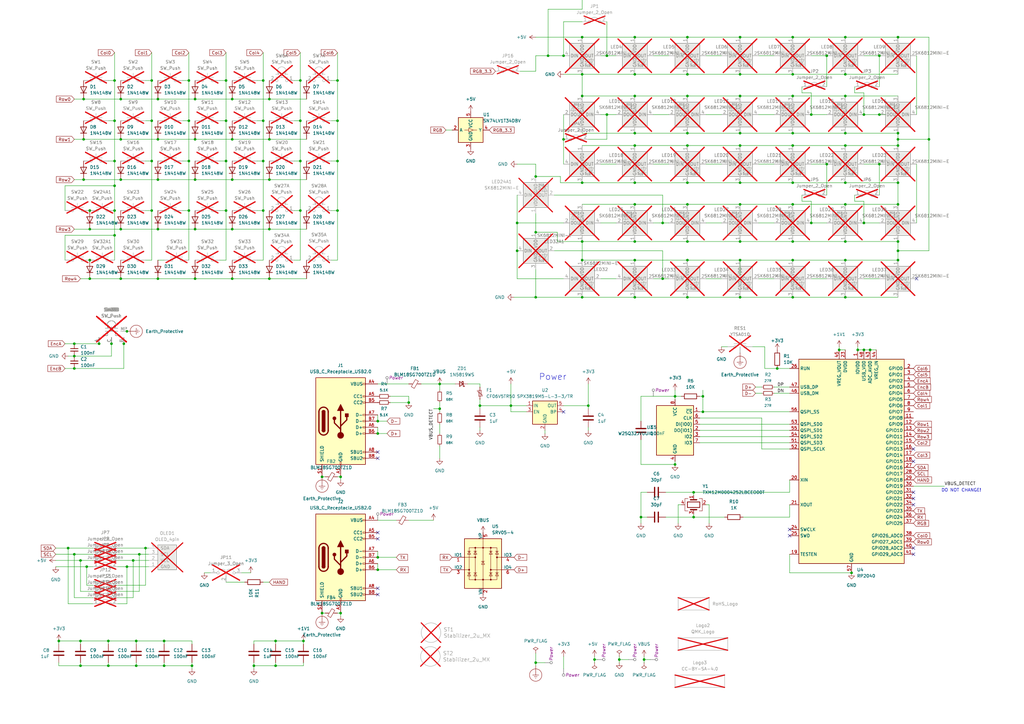
<source format=kicad_sch>
(kicad_sch (version 20250114) (generator "eeschema") (generator_version "9.0")
  (paper "A3")
  (title_block (title "RefleXion - Grid") (date "2025-08-01") (rev "v1.0.0") (company "Tweety's Wild Thinking") (comment 1 "Design: Markus Knutsson <markus.knutsson@tweety.se>") (comment 2 "Concept: Pedro Quaresma <pq@live.ie>") (comment 3 "https://github.com/TweetyDaBird") (comment 4 "Licensed under Creative Commons BY-SA 4.0 International"))
  (text "Power" (at 220.98 156.21 0) (effects (font (size 2.54 2.54)) (justify left bottom)))
  (text "DO NOT CHANGE!" (at 386.08 201.93 0) (effects (font (size 1.27 1.27)) (justify left bottom)))
  (junction (at 154.94 228.6))
  (junction (at 303.53 121.92))
  (junction (at 80.01 114.3))
  (junction (at 281.94 99.06))
  (junction (at 332.74 91.44))
  (junction (at 95.25 57.15))
  (junction (at 33.02 262.89))
  (junction (at 49.53 93.98))
  (junction (at 303.53 15.24))
  (junction (at 281.94 106.68))
  (junction (at 224.79 22.86))
  (junction (at 77.47 33.02))
  (junction (at 281.94 83.82))
  (junction (at 138.43 66.04))
  (junction (at 284.48 201.93))
  (junction (at 346.71 106.68))
  (junction (at 339.09 67.31))
  (junction (at 325.12 106.68))
  (junction (at 27.94 224.79))
  (junction (at 62.23 66.04))
  (junction (at 208.28 -3.81))
  (junction (at 260.35 74.93))
  (junction (at 281.94 15.24))
  (junction (at 46.99 49.53))
  (junction (at 167.64 165.1))
  (junction (at 346.71 83.82))
  (junction (at 33.02 273.05))
  (junction (at 303.53 59.69))
  (junction (at 238.76 99.06))
  (junction (at 55.88 273.05))
  (junction (at 46.99 33.02))
  (junction (at 185.42 -3.81))
  (junction (at 288.29 168.91))
  (junction (at 325.12 83.82))
  (junction (at 77.47 86.36))
  (junction (at 260.35 106.68))
  (junction (at 24.13 262.89))
  (junction (at 67.31 262.89))
  (junction (at 219.71 95.25))
  (junction (at 80.01 73.66))
  (junction (at 154.94 177.8))
  (junction (at 78.74 273.05))
  (junction (at 107.95 86.36))
  (junction (at 52.07 135.89))
  (junction (at 30.48 227.33))
  (junction (at 34.29 40.64))
  (junction (at 123.19 49.53))
  (junction (at 303.53 83.82))
  (junction (at 339.09 22.86))
  (junction (at 303.53 99.06))
  (junction (at 260.35 54.61))
  (junction (at 180.34 167.64))
  (junction (at 346.71 59.69))
  (junction (at 346.71 121.92))
  (junction (at 132.08 251.46))
  (junction (at 80.01 40.64))
  (junction (at 138.43 33.02))
  (junction (at 303.53 39.37))
  (junction (at 36.83 114.3))
  (junction (at 55.88 262.89))
  (junction (at 64.77 114.3))
  (junction (at 77.47 49.53))
  (junction (at 35.56 232.41))
  (junction (at 276.86 190.5))
  (junction (at 50.8 140.97))
  (junction (at 260.35 83.82))
  (junction (at 95.25 73.66))
  (junction (at 332.74 46.99))
  (junction (at 154.94 233.68))
  (junction (at 318.77 151.13))
  (junction (at 49.53 114.3))
  (junction (at 138.43 49.53))
  (junction (at 139.7 251.46))
  (junction (at 368.3 102.87))
  (junction (at 62.23 49.53))
  (junction (at 325.12 59.69))
  (junction (at 260.35 59.69))
  (junction (at 303.53 106.68))
  (junction (at 281.94 30.48))
  (junction (at 46.99 66.04))
  (junction (at 231.14 22.86))
  (junction (at 346.71 99.06))
  (junction (at 238.76 15.24))
  (junction (at 238.76 74.93))
  (junction (at 281.94 39.37))
  (junction (at 368.3 99.06))
  (junction (at 288.29 162.56))
  (junction (at 132.08 195.58))
  (junction (at 59.69 224.79))
  (junction (at 346.71 15.24))
  (junction (at 212.09 91.44))
  (junction (at 80.01 93.98))
  (junction (at 95.25 40.64))
  (junction (at 196.85 166.37))
  (junction (at 36.83 86.36))
  (junction (at 30.48 146.05))
  (junction (at 351.79 143.51))
  (junction (at 113.03 273.05))
  (junction (at 95.25 114.3))
  (junction (at 219.71 72.39))
  (junction (at 64.77 40.64))
  (junction (at 154.94 172.72))
  (junction (at 262.89 212.09))
  (junction (at 346.71 54.61))
  (junction (at 303.53 54.61))
  (junction (at 325.12 30.48))
  (junction (at 281.94 54.61))
  (junction (at 354.33 91.44))
  (junction (at 271.78 91.44))
  (junction (at 325.12 15.24))
  (junction (at 208.28 -19.05))
  (junction (at 356.87 143.51))
  (junction (at 368.3 83.82))
  (junction (at 346.71 30.48))
  (junction (at 46.99 96.52))
  (junction (at 64.77 73.66))
  (junction (at 248.92 46.99))
  (junction (at 80.01 57.15))
  (junction (at 49.53 40.64))
  (junction (at 52.07 232.41))
  (junction (at 62.23 86.36))
  (junction (at 368.3 74.93))
  (junction (at 54.61 229.87))
  (junction (at 92.71 66.04))
  (junction (at 209.55 166.37))
  (junction (at 36.83 93.98))
  (junction (at 123.19 33.02))
  (junction (at 271.78 114.3))
  (junction (at 360.68 67.31))
  (junction (at 238.76 39.37))
  (junction (at 46.99 86.36))
  (junction (at 212.09 102.87))
  (junction (at 44.45 262.89))
  (junction (at 219.71 121.92))
  (junction (at 45.72 140.97))
  (junction (at 40.64 140.97))
  (junction (at 368.3 54.61))
  (junction (at 241.3 166.37))
  (junction (at 49.53 57.15))
  (junction (at 368.3 15.24))
  (junction (at 284.48 212.09))
  (junction (at 44.45 273.05))
  (junction (at 368.3 57.15))
  (junction (at 381 57.15))
  (junction (at 276.86 162.56))
  (junction (at 110.49 40.64))
  (junction (at 260.35 121.92))
  (junction (at 344.17 143.51))
  (junction (at 303.53 30.48))
  (junction (at 64.77 93.98))
  (junction (at 354.33 143.51))
  (junction (at 260.35 99.06))
  (junction (at 95.25 93.98))
  (junction (at 354.33 46.99))
  (junction (at 368.3 106.68))
  (junction (at 219.71 271.78))
  (junction (at 238.76 30.48))
  (junction (at 260.35 15.24))
  (junction (at 30.48 140.97))
  (junction (at 64.77 57.15))
  (junction (at 254 270.51))
  (junction (at 77.47 66.04))
  (junction (at 281.94 59.69))
  (junction (at 46.99 76.2))
  (junction (at 346.71 74.93))
  (junction (at 349.25 234.95))
  (junction (at 107.95 66.04))
  (junction (at 281.94 121.92))
  (junction (at 360.68 22.86))
  (junction (at 185.42 -19.05))
  (junction (at 92.71 49.53))
  (junction (at 107.95 49.53))
  (junction (at 110.49 93.98))
  (junction (at 281.94 74.93))
  (junction (at 57.15 227.33))
  (junction (at 325.12 39.37))
  (junction (at 180.34 157.48))
  (junction (at 110.49 114.3))
  (junction (at 110.49 73.66))
  (junction (at 368.3 59.69))
  (junction (at 67.31 273.05))
  (junction (at 325.12 74.93))
  (junction (at 238.76 121.92))
  (junction (at 62.23 33.02))
  (junction (at 36.83 106.68))
  (junction (at 124.46 262.89))
  (junction (at 104.14 273.05))
  (junction (at 92.71 33.02))
  (junction (at 260.35 39.37))
  (junction (at 243.84 270.51))
  (junction (at 346.71 39.37))
  (junction (at 123.19 66.04))
  (junction (at 123.19 86.36))
  (junction (at 113.03 262.89))
  (junction (at 92.71 86.36))
  (junction (at 30.48 151.13))
  (junction (at 34.29 73.66))
  (junction (at 231.14 57.15))
  (junction (at 138.43 86.36))
  (junction (at 360.68 46.99))
  (junction (at 264.16 270.51))
  (junction (at 325.12 99.06))
  (junction (at 325.12 121.92))
  (junction (at 110.49 57.15))
  (junction (at 303.53 74.93))
  (junction (at 248.92 22.86))
  (junction (at 49.53 73.66))
  (junction (at 325.12 54.61))
  (junction (at 260.35 30.48))
  (junction (at 139.7 195.58))
  (junction (at 238.76 106.68))
  (junction (at 107.95 33.02))
  (junction (at 34.29 57.15))
  (junction (at 33.02 229.87))
  (no_connect (at 154.94 241.3))
  (no_connect (at 374.65 207.01))
  (no_connect (at 154.94 218.44))
  (no_connect (at 374.65 189.23))
  (no_connect (at 375.92 114.3))
  (no_connect (at 374.65 227.33))
  (no_connect (at 154.94 220.98))
  (no_connect (at 323.85 219.71))
  (no_connect (at 154.94 185.42))
  (no_connect (at 374.65 224.79))
  (no_connect (at 154.94 243.84))
  (no_connect (at 323.85 217.17))
  (no_connect (at 231.14 168.91))
  (no_connect (at 374.65 184.15))
  (no_connect (at 374.65 201.93))
  (no_connect (at 374.65 204.47))
  (no_connect (at 154.94 187.96))
  (wire (pts (xy 139.7 196.85) (xy 139.7 195.58)))
  (wire (pts (xy 27.94 247.65) (xy 27.94 224.79)))
  (wire (pts (xy 262.89 190.5) (xy 262.89 180.34)))
  (wire (pts (xy 311.15 91.44) (xy 317.5 91.44)))
  (wire (pts (xy 80.01 93.98) (xy 95.25 93.98)))
  (wire (pts (xy 135.89 33.02) (xy 138.43 33.02)))
  (wire (pts (xy 80.01 40.64) (xy 95.25 40.64)))
  (wire (pts (xy 238.76 39.37) (xy 260.35 39.37)))
  (wire (pts (xy 48.26 240.03) (xy 59.69 240.03)))
  (wire (pts (xy 360.68 22.86) (xy 360.68 35.56)))
  (wire (pts (xy 368.3 57.15) (xy 368.3 54.61)))
  (wire (pts (xy 57.15 242.57) (xy 48.26 242.57)))
  (wire (pts (xy 180.34 187.96) (xy 180.34 182.88)))
  (wire (pts (xy 381 102.87) (xy 381 57.15)))
  (wire (pts (xy 267.97 91.44) (xy 271.78 91.44)))
  (wire (pts (xy 241.3 166.37) (xy 241.3 167.64)))
  (wire (pts (xy 46.99 96.52) (xy 46.99 106.68)))
  (wire (pts (xy 231.14 8.89) (xy 238.76 8.89)))
  (wire (pts (xy 288.29 162.56) (xy 287.02 162.56)))
  (wire (pts (xy 33.02 264.16) (xy 33.02 262.89)))
  (wire (pts (xy 228.6 99.06) (xy 228.6 95.25)))
  (wire (pts (xy 273.05 212.09) (xy 284.48 212.09)))
  (wire (pts (xy 30.48 73.66) (xy 34.29 73.66)))
  (wire (pts (xy 287.02 171.45) (xy 312.42 171.45)))
  (wire (pts (xy 262.89 190.5) (xy 276.86 190.5)))
  (wire (pts (xy 22.86 229.87) (xy 33.02 229.87)))
  (wire (pts (xy 185.42 -3.81) (xy 208.28 -3.81)))
  (wire (pts (xy 224.79 22.86) (xy 219.71 22.86)))
  (wire (pts (xy 46.99 21.59) (xy 46.99 33.02)))
  (wire (pts (xy 104.14 262.89) (xy 113.03 262.89)))
  (wire (pts (xy 60.96 229.87) (xy 54.61 229.87)))
  (wire (pts (xy 287.02 173.99) (xy 323.85 173.99)))
  (wire (pts (xy 289.56 114.3) (xy 295.91 114.3)))
  (wire (pts (xy 264.16 270.51) (xy 264.16 269.24)))
  (wire (pts (xy 368.3 102.87) (xy 381 102.87)))
  (wire (pts (xy 246.38 114.3) (xy 252.73 114.3)))
  (wire (pts (xy 260.35 74.93) (xy 281.94 74.93)))
  (wire (pts (xy 200.66 -11.43) (xy 193.04 -11.43)))
  (wire (pts (xy 77.47 49.53) (xy 77.47 66.04)))
  (wire (pts (xy 238.76 3.81) (xy 224.79 3.81)))
  (wire (pts (xy 350.52 82.55) (xy 354.33 82.55)))
  (wire (pts (xy 154.94 231.14) (xy 154.94 233.68)))
  (wire (pts (xy 243.84 269.24) (xy 243.84 270.51)))
  (wire (pts (xy 110.49 57.15) (xy 125.73 57.15)))
  (wire (pts (xy 332.74 22.86) (xy 339.09 22.86)))
  (wire (pts (xy 30.48 140.97) (xy 40.64 140.97)))
  (wire (pts (xy 231.14 8.89) (xy 231.14 22.86)))
  (wire (pts (xy 290.83 207.01) (xy 290.83 214.63)))
  (wire (pts (xy 289.56 207.01) (xy 290.83 207.01)))
  (wire (pts (xy 60.96 227.33) (xy 57.15 227.33)))
  (wire (pts (xy 238.76 59.69) (xy 260.35 59.69)))
  (wire (pts (xy 77.47 66.04) (xy 77.47 86.36)))
  (wire (pts (xy 44.45 271.78) (xy 44.45 273.05)))
  (wire (pts (xy 74.93 86.36) (xy 77.47 86.36)))
  (wire (pts (xy 254 270.51) (xy 257.81 270.51)))
  (wire (pts (xy 281.94 54.61) (xy 303.53 54.61)))
  (wire (pts (xy 243.84 270.51) (xy 243.84 271.78)))
  (wire (pts (xy 74.93 33.02) (xy 77.47 33.02)))
  (wire (pts (xy 113.03 273.05) (xy 124.46 273.05)))
  (wire (pts (xy 219.71 121.92) (xy 238.76 121.92)))
  (wire (pts (xy 219.71 29.21) (xy 213.36 29.21)))
  (wire (pts (xy 138.43 66.04) (xy 138.43 86.36)))
  (wire (pts (xy 210.82 121.92) (xy 219.71 121.92)))
  (wire (pts (xy 303.53 83.82) (xy 325.12 83.82)))
  (wire (pts (xy 287.02 179.07) (xy 323.85 179.07)))
  (wire (pts (xy 113.03 264.16) (xy 113.03 262.89)))
  (wire (pts (xy 219.71 22.86) (xy 219.71 29.21)))
  (wire (pts (xy 26.67 140.97) (xy 30.48 140.97)))
  (wire (pts (xy 180.34 173.99) (xy 180.34 177.8)))
  (wire (pts (xy 328.93 35.56) (xy 328.93 38.1)))
  (wire (pts (xy 180.34 -19.05) (xy 185.42 -19.05)))
  (wire (pts (xy 64.77 106.68) (xy 67.31 106.68)))
  (wire (pts (xy 303.53 15.24) (xy 325.12 15.24)))
  (wire (pts (xy 219.71 87.63) (xy 219.71 95.25)))
  (wire (pts (xy 209.55 168.91) (xy 209.55 166.37)))
  (wire (pts (xy 344.17 142.24) (xy 344.17 143.51)))
  (wire (pts (xy 231.14 30.48) (xy 238.76 30.48)))
  (wire (pts (xy 139.7 252.73) (xy 139.7 251.46)))
  (wire (pts (xy 33.02 271.78) (xy 33.02 273.05)))
  (wire (pts (xy 59.69 49.53) (xy 62.23 49.53)))
  (wire (pts (xy 59.69 224.79) (xy 60.96 224.79)))
  (wire (pts (xy 52.07 232.41) (xy 52.07 247.65)))
  (wire (pts (xy 339.09 67.31) (xy 339.09 80.01)))
  (wire (pts (xy 271.78 91.44) (xy 271.78 80.01)))
  (wire (pts (xy 264.16 271.78) (xy 264.16 270.51)))
  (wire (pts (xy 154.94 157.48) (xy 167.64 157.48)))
  (wire (pts (xy 271.78 102.87) (xy 271.78 114.3)))
  (wire (pts (xy 215.9 168.91) (xy 209.55 168.91)))
  (wire (pts (xy 154.94 228.6) (xy 162.56 228.6)))
  (wire (pts (xy 219.71 271.78) (xy 219.71 273.05)))
  (wire (pts (xy 64.77 114.3) (xy 80.01 114.3)))
  (wire (pts (xy 33.02 114.3) (xy 36.83 114.3)))
  (wire (pts (xy 59.69 106.68) (xy 62.23 106.68)))
  (wire (pts (xy 90.17 86.36) (xy 92.71 86.36)))
  (wire (pts (xy 278.13 207.01) (xy 278.13 214.63)))
  (wire (pts (xy 104.14 271.78) (xy 104.14 273.05)))
  (wire (pts (xy 246.38 46.99) (xy 248.92 46.99)))
  (wire (pts (xy 38.1 245.11) (xy 30.48 245.11)))
  (wire (pts (xy 325.12 121.92) (xy 346.71 121.92)))
  (wire (pts (xy 248.92 8.89) (xy 248.92 22.86)))
  (wire (pts (xy 212.09 80.01) (xy 212.09 91.44)))
  (wire (pts (xy 120.65 86.36) (xy 123.19 86.36)))
  (wire (pts (xy 92.71 86.36) (xy 92.71 106.68)))
  (wire (pts (xy 92.71 33.02) (xy 92.71 49.53)))
  (wire (pts (xy 208.28 -19.05) (xy 231.14 -19.05)))
  (wire (pts (xy 354.33 38.1) (xy 354.33 46.99)))
  (wire (pts (xy 317.5 161.29) (xy 323.85 161.29)))
  (wire (pts (xy 33.02 242.57) (xy 33.02 229.87)))
  (wire (pts (xy 49.53 40.64) (xy 64.77 40.64)))
  (wire (pts (xy 360.68 46.99) (xy 363.22 46.99)))
  (wire (pts (xy 260.35 99.06) (xy 281.94 99.06)))
  (wire (pts (xy 219.71 67.31) (xy 219.71 72.39)))
  (wire (pts (xy 332.74 38.1) (xy 332.74 46.99)))
  (wire (pts (xy 287.02 181.61) (xy 323.85 181.61)))
  (wire (pts (xy 46.99 86.36) (xy 46.99 96.52)))
  (wire (pts (xy 284.48 203.2) (xy 284.48 201.93)))
  (wire (pts (xy 30.48 93.98) (xy 36.83 93.98)))
  (wire (pts (xy 260.35 83.82) (xy 281.94 83.82)))
  (wire (pts (xy 44.45 49.53) (xy 46.99 49.53)))
  (wire (pts (xy 248.92 46.99) (xy 248.92 57.15)))
  (wire (pts (xy 209.55 157.48) (xy 209.55 166.37)))
  (wire (pts (xy 30.48 57.15) (xy 34.29 57.15)))
  (wire (pts (xy 83.82 234.95) (xy 86.36 234.95)))
  (wire (pts (xy 67.31 262.89) (xy 78.74 262.89)))
  (wire (pts (xy 120.65 106.68) (xy 123.19 106.68)))
  (wire (pts (xy 238.76 74.93) (xy 260.35 74.93)))
  (wire (pts (xy 160.02 165.1) (xy 167.64 165.1)))
  (wire (pts (xy 288.29 162.56) (xy 288.29 168.91)))
  (wire (pts (xy 248.92 22.86) (xy 252.73 22.86)))
  (wire (pts (xy 323.85 212.09) (xy 323.85 207.01)))
  (wire (pts (xy 346.71 15.24) (xy 368.3 15.24)))
  (wire (pts (xy 238.76 106.68) (xy 260.35 106.68)))
  (wire (pts (xy 219.71 110.49) (xy 219.71 121.92)))
  (wire (pts (xy 30.48 227.33) (xy 38.1 227.33)))
  (wire (pts (xy 354.33 143.51) (xy 351.79 143.51)))
  (wire (pts (xy 57.15 227.33) (xy 48.26 227.33)))
  (wire (pts (xy 138.43 251.46) (xy 139.7 251.46)))
  (wire (pts (xy 287.02 176.53) (xy 323.85 176.53)))
  (wire (pts (xy 271.78 80.01) (xy 227.33 80.01)))
  (wire (pts (xy 281.94 121.92) (xy 303.53 121.92)))
  (wire (pts (xy 325.12 15.24) (xy 346.71 15.24)))
  (wire (pts (xy 22.86 227.33) (xy 30.48 227.33)))
  (wire (pts (xy 107.95 21.59) (xy 107.95 33.02)))
  (wire (pts (xy 289.56 22.86) (xy 295.91 22.86)))
  (wire (pts (xy 138.43 49.53) (xy 138.43 66.04)))
  (wire (pts (xy 138.43 195.58) (xy 139.7 195.58)))
  (wire (pts (xy 154.94 226.06) (xy 154.94 228.6)))
  (wire (pts (xy 27.94 224.79) (xy 22.86 224.79)))
  (wire (pts (xy 260.35 15.24) (xy 281.94 15.24)))
  (wire (pts (xy 368.3 99.06) (xy 368.3 102.87)))
  (wire (pts (xy 279.4 162.56) (xy 276.86 162.56)))
  (wire (pts (xy 46.99 33.02) (xy 46.99 49.53)))
  (wire (pts (xy 154.94 170.18) (xy 154.94 172.72)))
  (wire (pts (xy 219.71 15.24) (xy 238.76 15.24)))
  (wire (pts (xy 284.48 210.82) (xy 284.48 212.09)))
  (wire (pts (xy 311.15 114.3) (xy 317.5 114.3)))
  (wire (pts (xy 90.17 66.04) (xy 92.71 66.04)))
  (wire (pts (xy 350.52 80.01) (xy 350.52 82.55)))
  (wire (pts (xy 120.65 66.04) (xy 123.19 66.04)))
  (wire (pts (xy 281.94 106.68) (xy 303.53 106.68)))
  (wire (pts (xy 303.53 59.69) (xy 325.12 59.69)))
  (wire (pts (xy 288.29 168.91) (xy 287.02 168.91)))
  (wire (pts (xy 339.09 91.44) (xy 332.74 91.44)))
  (wire (pts (xy 328.93 80.01) (xy 328.93 82.55)))
  (wire (pts (xy 104.14 273.05) (xy 104.14 274.32)))
  (wire (pts (xy 354.33 114.3) (xy 360.68 114.3)))
  (wire (pts (xy 95.25 114.3) (xy 110.49 114.3)))
  (wire (pts (xy 180.34 167.64) (xy 180.34 165.1)))
  (wire (pts (xy 78.74 271.78) (xy 78.74 273.05)))
  (wire (pts (xy 281.94 74.93) (xy 303.53 74.93)))
  (wire (pts (xy 27.94 224.79) (xy 38.1 224.79)))
  (wire (pts (xy 185.42 -19.05) (xy 208.28 -19.05)))
  (wire (pts (xy 323.85 201.93) (xy 323.85 196.85)))
  (wire (pts (xy 50.8 140.97) (xy 50.8 151.13)))
  (wire (pts (xy 228.6 95.25) (xy 219.71 95.25)))
  (wire (pts (xy 92.71 49.53) (xy 92.71 66.04)))
  (wire (pts (xy 312.42 184.15) (xy 323.85 184.15)))
  (wire (pts (xy 64.77 73.66) (xy 80.01 73.66)))
  (wire (pts (xy 323.85 234.95) (xy 323.85 227.33)))
  (wire (pts (xy 196.85 167.64) (xy 196.85 166.37)))
  (wire (pts (xy 135.89 49.53) (xy 138.43 49.53)))
  (wire (pts (xy 26.67 106.68) (xy 26.67 96.52)))
  (wire (pts (xy 208.28 -3.81) (xy 231.14 -3.81)))
  (wire (pts (xy 110.49 114.3) (xy 125.73 114.3)))
  (wire (pts (xy 303.53 30.48) (xy 325.12 30.48)))
  (wire (pts (xy 350.52 35.56) (xy 350.52 38.1)))
  (wire (pts (xy 246.38 22.86) (xy 248.92 22.86)))
  (wire (pts (xy 123.19 21.59) (xy 123.19 33.02)))
  (wire (pts (xy 49.53 73.66) (xy 64.77 73.66)))
  (wire (pts (xy 107.95 49.53) (xy 107.95 66.04)))
  (wire (pts (xy 354.33 67.31) (xy 360.68 67.31)))
  (wire (pts (xy 80.01 73.66) (xy 95.25 73.66)))
  (wire (pts (xy 360.68 91.44) (xy 354.33 91.44)))
  (wire (pts (xy 67.31 271.78) (xy 67.31 273.05)))
  (wire (pts (xy 289.56 46.99) (xy 295.91 46.99)))
  (wire (pts (xy 354.33 46.99) (xy 360.68 46.99)))
  (wire (pts (xy 99.06 234.95) (xy 102.87 234.95)))
  (wire (pts (xy 262.89 172.72) (xy 262.89 162.56)))
  (wire (pts (xy 55.88 264.16) (xy 55.88 262.89)))
  (wire (pts (xy 46.99 76.2) (xy 46.99 86.36)))
  (wire (pts (xy 48.26 232.41) (xy 52.07 232.41)))
  (wire (pts (xy 36.83 93.98) (xy 49.53 93.98)))
  (wire (pts (xy 332.74 67.31) (xy 339.09 67.31)))
  (wire (pts (xy 311.15 67.31) (xy 317.5 67.31)))
  (wire (pts (xy 120.65 33.02) (xy 123.19 33.02)))
  (wire (pts (xy 138.43 86.36) (xy 135.89 86.36)))
  (wire (pts (xy 74.93 66.04) (xy 77.47 66.04)))
  (wire (pts (xy 264.16 270.51) (xy 266.7 270.51)))
  (wire (pts (xy 260.35 59.69) (xy 281.94 59.69)))
  (wire (pts (xy 167.64 162.56) (xy 167.64 165.1)))
  (wire (pts (xy 289.56 91.44) (xy 295.91 91.44)))
  (wire (pts (xy 132.08 195.58) (xy 133.35 195.58)))
  (wire (pts (xy 154.94 175.26) (xy 154.94 177.8)))
  (wire (pts (xy 223.52 176.53) (xy 223.52 177.8)))
  (wire (pts (xy 346.71 54.61) (xy 368.3 54.61)))
  (wire (pts (xy 344.17 143.51) (xy 346.71 143.51)))
  (wire (pts (xy 24.13 262.89) (xy 33.02 262.89)))
  (wire (pts (xy 167.64 213.36) (xy 177.8 213.36)))
  (wire (pts (xy 48.26 245.11) (xy 54.61 245.11)))
  (wire (pts (xy 273.05 201.93) (xy 284.48 201.93)))
  (wire (pts (xy 124.46 262.89) (xy 124.46 264.16)))
  (wire (pts (xy 351.79 142.24) (xy 351.79 143.51)))
  (wire (pts (xy 267.97 114.3) (xy 271.78 114.3)))
  (wire (pts (xy 26.67 96.52) (xy 46.99 96.52)))
  (wire (pts (xy 223.52 -11.43) (xy 215.9 -11.43)))
  (wire (pts (xy 154.94 213.36) (xy 162.56 213.36)))
  (wire (pts (xy 49.53 93.98) (xy 64.77 93.98)))
  (wire (pts (xy 30.48 146.05) (xy 45.72 146.05)))
  (wire (pts (xy 49.53 57.15) (xy 64.77 57.15)))
  (wire (pts (xy 267.97 46.99) (xy 274.32 46.99)))
  (wire (pts (xy 284.48 212.09) (xy 297.18 212.09)))
  (wire (pts (xy 313.69 142.24) (xy 313.69 151.13)))
  (wire (pts (xy 36.83 114.3) (xy 49.53 114.3)))
  (wire (pts (xy 180.34 160.02) (xy 180.34 157.48)))
  (wire (pts (xy 35.56 240.03) (xy 35.56 232.41)))
  (wire (pts (xy 260.35 30.48) (xy 281.94 30.48)))
  (wire (pts (xy 229.87 74.93) (xy 238.76 74.93)))
  (wire (pts (xy 243.84 270.51) (xy 245.11 270.51)))
  (wire (pts (xy 350.52 38.1) (xy 354.33 38.1)))
  (wire (pts (xy 265.43 212.09) (xy 262.89 212.09)))
  (wire (pts (xy 303.53 74.93) (xy 325.12 74.93)))
  (wire (pts (xy 180.34 168.91) (xy 180.34 167.64)))
  (wire (pts (xy 52.07 232.41) (xy 60.96 232.41)))
  (wire (pts (xy 26.67 151.13) (xy 30.48 151.13)))
  (wire (pts (xy 219.71 67.31) (xy 212.09 67.31)))
  (wire (pts (xy 54.61 229.87) (xy 48.26 229.87)))
  (wire (pts (xy 238.76 83.82) (xy 260.35 83.82)))
  (wire (pts (xy 339.09 22.86) (xy 339.09 35.56)))
  (wire (pts (xy 123.19 66.04) (xy 123.19 86.36)))
  (wire (pts (xy 162.56 233.68) (xy 154.94 233.68)))
  (wire (pts (xy 298.45 142.24) (xy 295.91 142.24)))
  (wire (pts (xy 254 270.51) (xy 254 271.78)))
  (wire (pts (xy 77.47 21.59) (xy 77.47 33.02)))
  (wire (pts (xy 368.3 74.93) (xy 368.3 83.82)))
  (wire (pts (xy 77.47 33.02) (xy 77.47 49.53)))
  (wire (pts (xy 267.97 67.31) (xy 274.32 67.31)))
  (wire (pts (xy 262.89 162.56) (xy 276.86 162.56)))
  (wire (pts (xy 62.23 49.53) (xy 62.23 66.04)))
  (wire (pts (xy 231.14 166.37) (xy 241.3 166.37)))
  (wire (pts (xy 349.25 234.95) (xy 323.85 234.95)))
  (wire (pts (xy 113.03 271.78) (xy 113.03 273.05)))
  (wire (pts (xy 219.71 267.97) (xy 219.71 271.78)))
  (wire (pts (xy 26.67 76.2) (xy 46.99 76.2)))
  (wire (pts (xy 231.14 269.24) (xy 231.14 274.32)))
  (wire (pts (xy 64.77 57.15) (xy 80.01 57.15)))
  (wire (pts (xy 276.86 160.02) (xy 276.86 162.56)))
  (wire (pts (xy 74.93 49.53) (xy 77.47 49.53)))
  (wire (pts (xy 238.76 99.06) (xy 228.6 99.06)))
  (wire (pts (xy 325.12 83.82) (xy 346.71 83.82)))
  (wire (pts (xy 30.48 151.13) (xy 50.8 151.13)))
  (wire (pts (xy 276.86 162.56) (xy 276.86 163.83)))
  (wire (pts (xy 241.3 157.48) (xy 241.3 166.37)))
  (wire (pts (xy 229.87 72.39) (xy 229.87 74.93)))
  (wire (pts (xy 95.25 73.66) (xy 110.49 73.66)))
  (wire (pts (xy 44.45 33.02) (xy 46.99 33.02)))
  (wire (pts (xy 24.13 262.89) (xy 24.13 264.16)))
  (wire (pts (xy 212.09 102.87) (xy 212.09 114.3)))
  (wire (pts (xy 105.41 49.53) (xy 107.95 49.53)))
  (wire (pts (xy 346.71 59.69) (xy 368.3 59.69)))
  (wire (pts (xy 34.29 57.15) (xy 49.53 57.15)))
  (wire (pts (xy 90.17 49.53) (xy 92.71 49.53)))
  (wire (pts (xy 59.69 66.04) (xy 62.23 66.04)))
  (wire (pts (xy 62.23 33.02) (xy 62.23 49.53)))
  (wire (pts (xy 332.74 82.55) (xy 332.74 91.44)))
  (wire (pts (xy 48.26 247.65) (xy 52.07 247.65)))
  (wire (pts (xy 325.12 99.06) (xy 346.71 99.06)))
  (wire (pts (xy 346.71 83.82) (xy 368.3 83.82)))
  (wire (pts (xy 238.76 -11.43) (xy 238.76 3.81)))
  (wire (pts (xy 44.45 273.05) (xy 33.02 273.05)))
  (wire (pts (xy 154.94 172.72) (xy 158.75 172.72)))
  (wire (pts (xy 132.08 251.46) (xy 133.35 251.46)))
  (wire (pts (xy 55.88 273.05) (xy 44.45 273.05)))
  (wire (pts (xy 35.56 232.41) (xy 38.1 232.41)))
  (wire (pts (xy 138.43 106.68) (xy 135.89 106.68)))
  (wire (pts (xy 30.48 245.11) (xy 30.48 227.33)))
  (wire (pts (xy 304.8 212.09) (xy 323.85 212.09)))
  (wire (pts (xy 54.61 229.87) (xy 54.61 245.11)))
  (wire (pts (xy 90.17 33.02) (xy 92.71 33.02)))
  (wire (pts (xy 59.69 240.03) (xy 59.69 224.79)))
  (wire (pts (xy 92.71 66.04) (xy 92.71 86.36)))
  (wire (pts (xy 260.35 121.92) (xy 281.94 121.92)))
  (wire (pts (xy 64.77 93.98) (xy 80.01 93.98)))
  (wire (pts (xy 325.12 30.48) (xy 346.71 30.48)))
  (wire (pts (xy 196.85 175.26) (xy 196.85 176.53)))
  (wire (pts (xy 45.72 140.97) (xy 45.72 146.05)))
  (wire (pts (xy 288.29 160.02) (xy 288.29 162.56)))
  (wire (pts (xy 284.48 201.93) (xy 323.85 201.93)))
  (wire (pts (xy 105.41 86.36) (xy 107.95 86.36)))
  (wire (pts (xy 78.74 264.16) (xy 78.74 262.89)))
  (wire (pts (xy 26.67 86.36) (xy 26.67 76.2)))
  (wire (pts (xy 238.76 121.92) (xy 260.35 121.92)))
  (wire (pts (xy 325.12 54.61) (xy 346.71 54.61)))
  (wire (pts (xy 44.45 262.89) (xy 55.88 262.89)))
  (wire (pts (xy 78.74 273.05) (xy 67.31 273.05)))
  (wire (pts (xy 303.53 106.68) (xy 303.53 113.03)))
  (wire (pts (xy 182.88 53.34) (xy 185.42 53.34)))
  (wire (pts (xy 260.35 106.68) (xy 281.94 106.68)))
  (wire (pts (xy 124.46 273.05) (xy 124.46 271.78)))
  (wire (pts (xy 381 57.15) (xy 368.3 57.15)))
  (wire (pts (xy 328.93 82.55) (xy 332.74 82.55)))
  (wire (pts (xy 346.71 30.48) (xy 368.3 30.48)))
  (wire (pts (xy 191.77 157.48) (xy 196.85 157.48)))
  (wire (pts (xy 38.1 229.87) (xy 33.02 229.87)))
  (wire (pts (xy 64.77 40.64) (xy 80.01 40.64)))
  (wire (pts (xy 375.92 67.31) (xy 375.92 91.44)))
  (wire (pts (xy 311.15 46.99) (xy 317.5 46.99)))
  (wire (pts (xy 265.43 201.93) (xy 262.89 201.93)))
  (wire (pts (xy 238.76 54.61) (xy 260.35 54.61)))
  (wire (pts (xy 38.1 242.57) (xy 33.02 242.57)))
  (wire (pts (xy 359.41 143.51) (xy 356.87 143.51)))
  (wire (pts (xy 212.09 91.44) (xy 231.14 91.44)))
  (wire (pts (xy 57.15 227.33) (xy 57.15 242.57)))
  (wire (pts (xy 227.33 102.87) (xy 271.78 102.87)))
  (wire (pts (xy 262.89 201.93) (xy 262.89 212.09)))
  (wire (pts (xy 123.19 49.53) (xy 123.19 66.04)))
  (wire (pts (xy 281.94 30.48) (xy 303.53 30.48)))
  (wire (pts (xy 160.02 162.56) (xy 167.64 162.56)))
  (wire (pts (xy 46.99 66.04) (xy 46.99 76.2)))
  (wire (pts (xy 271.78 91.44) (xy 274.32 91.44)))
  (wire (pts (xy 325.12 39.37) (xy 346.71 39.37)))
  (wire (pts (xy 179.07 -3.81) (xy 185.42 -3.81)))
  (wire (pts (xy 24.13 273.05) (xy 33.02 273.05)))
  (wire (pts (xy 260.35 39.37) (xy 281.94 39.37)))
  (wire (pts (xy 55.88 271.78) (xy 55.88 273.05)))
  (wire (pts (xy 135.89 66.04) (xy 138.43 66.04)))
  (wire (pts (xy 196.85 163.83) (xy 196.85 166.37)))
  (wire (pts (xy 105.41 106.68) (xy 107.95 106.68)))
  (wire (pts (xy 34.29 40.64) (xy 49.53 40.64)))
  (wire (pts (xy 105.41 66.04) (xy 107.95 66.04)))
  (wire (pts (xy 62.23 21.59) (xy 62.23 33.02)))
  (wire (pts (xy 238.76 99.06) (xy 260.35 99.06)))
  (wire (pts (xy 49.53 114.3) (xy 64.77 114.3)))
  (wire (pts (xy 38.1 247.65) (xy 27.94 247.65)))
  (wire (pts (xy 95.25 40.64) (xy 110.49 40.64)))
  (wire (pts (xy 368.3 15.24) (xy 381 15.24)))
  (wire (pts (xy 262.89 212.09) (xy 262.89 214.63)))
  (wire (pts (xy 360.68 67.31) (xy 360.68 80.01)))
  (wire (pts (xy 44.45 264.16) (xy 44.45 262.89)))
  (wire (pts (xy 387.35 199.39) (xy 374.65 199.39)))
  (wire (pts (xy 332.74 46.99) (xy 339.09 46.99)))
  (wire (pts (xy 22.86 232.41) (xy 35.56 232.41)))
  (wire (pts (xy 123.19 86.36) (xy 123.19 106.68)))
  (wire (pts (xy 288.29 168.91) (xy 323.85 168.91)))
  (wire (pts (xy 62.23 86.36) (xy 62.23 106.68)))
  (wire (pts (xy 95.25 93.98) (xy 110.49 93.98)))
  (wire (pts (xy 267.97 22.86) (xy 274.32 22.86)))
  (wire (pts (xy 172.72 157.48) (xy 180.34 157.48)))
  (wire (pts (xy 289.56 67.31) (xy 295.91 67.31)))
  (wire (pts (xy 209.55 166.37) (xy 215.9 166.37)))
  (wire (pts (xy 196.85 158.75) (xy 196.85 157.48)))
  (wire (pts (xy 138.43 86.36) (xy 138.43 106.68)))
  (wire (pts (xy 238.76 15.24) (xy 260.35 15.24)))
  (wire (pts (xy 224.79 22.86) (xy 231.14 22.86)))
  (wire (pts (xy 368.3 57.15) (xy 368.3 59.69)))
  (wire (pts (xy 325.12 59.69) (xy 346.71 59.69)))
  (wire (pts (xy 231.14 46.99) (xy 231.14 57.15)))
  (wire (pts (xy 303.53 54.61) (xy 325.12 54.61)))
  (wire (pts (xy 212.09 91.44) (xy 212.09 102.87)))
  (wire (pts (xy 260.35 54.61) (xy 281.94 54.61)))
  (wire (pts (xy 107.95 66.04) (xy 107.95 86.36)))
  (wire (pts (xy 241.3 57.15) (xy 248.92 57.15)))
  (wire (pts (xy 123.19 33.02) (xy 123.19 49.53)))
  (wire (pts (xy 120.65 49.53) (xy 123.19 49.53)))
  (wire (pts (xy 281.94 15.24) (xy 303.53 15.24)))
  (wire (pts (xy 78.74 273.05) (xy 78.74 274.32)))
  (wire (pts (xy 312.42 171.45) (xy 312.42 184.15)))
  (wire (pts (xy 238.76 30.48) (xy 260.35 30.48)))
  (wire (pts (xy 241.3 175.26) (xy 241.3 176.53)))
  (wire (pts (xy 346.71 99.06) (xy 368.3 99.06)))
  (wire (pts (xy 303.53 106.68) (xy 325.12 106.68)))
  (wire (pts (xy 95.25 57.15) (xy 110.49 57.15)))
  (wire (pts (xy 346.71 39.37) (xy 368.3 39.37)))
  (wire (pts (xy 100.33 238.76) (xy 92.71 238.76)))
  (wire (pts (xy 24.13 271.78) (xy 24.13 273.05)))
  (wire (pts (xy 313.69 151.13) (xy 318.77 151.13)))
  (wire (pts (xy 107.95 33.02) (xy 107.95 49.53)))
  (wire (pts (xy 105.41 33.02) (xy 107.95 33.02)))
  (wire (pts (xy 308.61 142.24) (xy 313.69 142.24)))
  (wire (pts (xy 33.02 262.89) (xy 44.45 262.89)))
  (wire (pts (xy 80.01 114.3) (xy 95.25 114.3)))
  (wire (pts (xy 303.53 99.06) (xy 325.12 99.06)))
  (wire (pts (xy 248.92 46.99) (xy 252.73 46.99)))
  (wire (pts (xy 318.77 151.13) (xy 323.85 151.13)))
  (wire (pts (xy 311.15 22.86) (xy 317.5 22.86)))
  (wire (pts (xy 309.88 161.29) (xy 312.42 161.29)))
  (wire (pts (xy 309.88 158.75) (xy 312.42 158.75)))
  (wire (pts (xy 317.5 158.75) (xy 323.85 158.75)))
  (wire (pts (xy 59.69 86.36) (xy 62.23 86.36)))
  (wire (pts (xy 231.14 57.15) (xy 231.14 67.31)))
  (wire (pts (xy 44.45 66.04) (xy 46.99 66.04)))
  (wire (pts (xy 354.33 22.86) (xy 360.68 22.86)))
  (wire (pts (xy 110.49 93.98) (xy 125.73 93.98)))
  (wire (pts (xy 271.78 114.3) (xy 274.32 114.3)))
  (wire (pts (xy 77.47 86.36) (xy 77.47 106.68)))
  (wire (pts (xy 27.94 146.05) (xy 30.48 146.05)))
  (wire (pts (xy 67.31 264.16) (xy 67.31 262.89)))
  (wire (pts (xy 62.23 66.04) (xy 62.23 86.36)))
  (wire (pts (xy 238.76 30.48) (xy 238.76 39.37)))
  (wire (pts (xy 303.53 39.37) (xy 325.12 39.37)))
  (wire (pts (xy 246.38 91.44) (xy 252.73 91.44)))
  (wire (pts (xy 276.86 189.23) (xy 276.86 190.5)))
  (wire (pts (xy 46.99 49.53) (xy 46.99 66.04)))
  (wire (pts (xy 356.87 143.51) (xy 354.33 143.51)))
  (wire (pts (xy 196.85 166.37) (xy 209.55 166.37)))
  (wire (pts (xy 281.94 99.06) (xy 303.53 99.06)))
  (wire (pts (xy 177.8 167.64) (xy 180.34 167.64)))
  (wire (pts (xy 48.26 224.79) (xy 59.69 224.79)))
  (wire (pts (xy 55.88 262.89) (xy 67.31 262.89)))
  (wire (pts (xy 212.09 114.3) (xy 231.14 114.3)))
  (wire (pts (xy 38.1 240.03) (xy 35.56 240.03)))
  (wire (pts (xy 238.76 106.68) (xy 238.76 99.06)))
  (wire (pts (xy 104.14 264.16) (xy 104.14 262.89)))
  (wire (pts (xy 113.03 262.89) (xy 124.46 262.89)))
  (wire (pts (xy 92.71 21.59) (xy 92.71 33.02)))
  (wire (pts (xy 381 15.24) (xy 381 57.15)))
  (wire (pts (xy 107.95 86.36) (xy 107.95 106.68)))
  (wire (pts (xy 279.4 207.01) (xy 278.13 207.01)))
  (wire (pts (xy 34.29 73.66) (xy 49.53 73.66)))
  (wire (pts (xy 80.01 57.15) (xy 95.25 57.15)))
  (wire (pts (xy 92.71 106.68) (xy 90.17 106.68)))
  (wire (pts (xy 110.49 40.64) (xy 125.73 40.64)))
  (wire (pts (xy 375.92 22.86) (xy 375.92 46.99)))
  (wire (pts (xy 67.31 273.05) (xy 55.88 273.05)))
  (wire (pts (xy 281.94 59.69) (xy 303.53 59.69)))
  (wire (pts (xy 138.43 21.59) (xy 138.43 33.02)))
  (wire (pts (xy 224.79 3.81) (xy 224.79 22.86)))
  (wire (pts (xy 281.94 83.82) (xy 303.53 83.82)))
  (wire (pts (xy 180.34 157.48) (xy 186.69 157.48)))
  (wire (pts (xy 254 269.24) (xy 254 270.51)))
  (wire (pts (xy 59.69 33.02) (xy 62.23 33.02)))
  (wire (pts (xy 303.53 121.92) (xy 325.12 121.92)))
  (wire (pts (xy 110.49 238.76) (xy 107.95 238.76)))
  (wire (pts (xy 328.93 38.1) (xy 332.74 38.1)))
  (wire (pts (xy 229.87 72.39) (xy 219.71 72.39)))
  (wire (pts (xy 346.71 74.93) (xy 368.3 74.93)))
  (wire (pts (xy 354.33 82.55) (xy 354.33 91.44)))
  (wire (pts (xy 138.43 33.02) (xy 138.43 49.53)))
  (wire (pts (xy 281.94 39.37) (xy 303.53 39.37)))
  (wire (pts (xy 104.14 273.05) (xy 113.03 273.05)))
  (wire (pts (xy 30.48 40.64) (xy 34.29 40.64)))
  (wire (pts (xy 223.52 271.78) (xy 219.71 271.78)))
  (wire (pts (xy 154.94 177.8) (xy 158.75 177.8)))
  (wire (pts (xy 110.49 73.66) (xy 125.73 73.66)))
  (wire (pts (xy 346.71 106.68) (xy 368.3 106.68)))
  (wire (pts (xy 346.71 121.92) (xy 368.3 121.92)))
  (wire (pts (xy 332.74 114.3) (xy 339.09 114.3)))
  (wire (pts (xy 246.38 67.31) (xy 252.73 67.31)))
  (wire (pts (xy 325.12 74.93) (xy 346.71 74.93)))
  (wire (pts (xy 368.3 102.87) (xy 368.3 106.68)))
  (wire (pts (xy 325.12 106.68) (xy 346.71 106.68)))
  (label "VBUS_DETECT" (at 387.35 199.39 0))
  (label "DP" (at 318.77 158.75 0))
  (label "VBUS_DETECT" (at 177.8 167.64 270))
  (label "DN" (at 318.77 161.29 0))
  (global_label "D-" (shape input) (at 309.88 161.29 180) (property "Intersheetrefs" "${INTERSHEET_REFS}" (effects (hide yes))))
  (global_label "Col3" (shape input) (at 374.65 186.69 0) (property "Intersheetrefs" "${INTERSHEET_REFS}" (effects (hide yes))))
  (global_label "Col4" (shape input) (at 107.95 21.59 180) (property "Intersheetrefs" "${INTERSHEET_REFS}" (effects (hide yes))))
  (global_label "HAND" (shape input) (at 110.49 238.76 0) (property "Intersheetrefs" "${INTERSHEET_REFS}" (effects (hide yes))))
  (global_label "Row0" (shape input) (at 374.65 222.25 0) (property "Intersheetrefs" "${INTERSHEET_REFS}" (effects (hide yes))))
  (global_label "Col2" (shape input) (at 374.65 181.61 0) (property "Intersheetrefs" "${INTERSHEET_REFS}" (effects (hide yes))))
  (global_label "RX" (shape input) (at 185.42 228.6 180) (property "Intersheetrefs" "${INTERSHEET_REFS}" (effects (hide yes))))
  (global_label "TX" (shape input) (at 162.56 228.6 0) (property "Intersheetrefs" "${INTERSHEET_REFS}" (effects (hide yes))))
  (global_label "RGB_3.3" (shape input) (at 200.66 53.34 0) (property "Intersheetrefs" "${INTERSHEET_REFS}" (effects (hide yes))))
  (global_label "RGB_3.3" (shape input) (at 203.2 29.21 180) (property "Intersheetrefs" "${INTERSHEET_REFS}" (effects (hide yes))))
  (global_label "EncA" (shape input) (at 374.65 156.21 0) (property "Intersheetrefs" "${INTERSHEET_REFS}" (effects (hide yes))))
  (global_label "Col4" (shape input) (at 374.65 161.29 0) (property "Intersheetrefs" "${INTERSHEET_REFS}" (effects (hide yes))))
  (global_label "Row1" (shape input) (at 30.48 57.15 180) (property "Intersheetrefs" "${INTERSHEET_REFS}" (effects (hide yes))))
  (global_label "TX" (shape input) (at 185.42 233.68 180) (property "Intersheetrefs" "${INTERSHEET_REFS}" (effects (hide yes))))
  (global_label "Col1" (shape input) (at 374.65 166.37 0) (property "Intersheetrefs" "${INTERSHEET_REFS}" (effects (hide yes))))
  (global_label "Row4" (shape input) (at 33.02 114.3 180) (property "Intersheetrefs" "${INTERSHEET_REFS}" (effects (hide yes))))
  (global_label "SCL" (shape input) (at 374.65 194.31 0) (property "Intersheetrefs" "${INTERSHEET_REFS}" (effects (hide yes))))
  (global_label "Col3" (shape input) (at 92.71 21.59 180) (property "Intersheetrefs" "${INTERSHEET_REFS}" (effects (hide yes))))
  (global_label "RGB_3.3" (shape input) (at 177.8 -11.43 180) (property "Intersheetrefs" "${INTERSHEET_REFS}" (effects (hide yes))))
  (global_label "Col6" (shape input) (at 138.43 21.59 180) (property "Intersheetrefs" "${INTERSHEET_REFS}" (effects (hide yes))))
  (global_label "Col2" (shape input) (at 77.47 21.59 180) (property "Intersheetrefs" "${INTERSHEET_REFS}" (effects (hide yes))))
  (global_label "TX" (shape input) (at 374.65 209.55 0) (property "Intersheetrefs" "${INTERSHEET_REFS}" (effects (hide yes))))
  (global_label "SDA" (shape input) (at 374.65 191.77 0) (property "Intersheetrefs" "${INTERSHEET_REFS}" (effects (hide yes))))
  (global_label "HAND" (shape input) (at 374.65 196.85 0) (property "Intersheetrefs" "${INTERSHEET_REFS}" (effects (hide yes))))
  (global_label "RX" (shape input) (at 374.65 212.09 0) (property "Intersheetrefs" "${INTERSHEET_REFS}" (effects (hide yes))))
  (global_label "Col5" (shape input) (at 123.19 21.59 180) (property "Intersheetrefs" "${INTERSHEET_REFS}" (effects (hide yes))))
  (global_label "EncA" (shape input) (at 26.67 140.97 180) (property "Intersheetrefs" "${INTERSHEET_REFS}" (effects (hide yes))))
  (global_label "D+" (shape input) (at 210.82 233.68 0) (property "Intersheetrefs" "${INTERSHEET_REFS}" (effects (hide yes))))
  (global_label "EncB" (shape input) (at 26.67 151.13 180) (property "Intersheetrefs" "${INTERSHEET_REFS}" (effects (hide yes))))
  (global_label "Col0" (shape input) (at 46.99 21.59 180) (property "Intersheetrefs" "${INTERSHEET_REFS}" (effects (hide yes))))
  (global_label "Row3" (shape input) (at 30.48 93.98 180) (property "Intersheetrefs" "${INTERSHEET_REFS}" (effects (hide yes))))
  (global_label "Col0" (shape input) (at 374.65 219.71 0) (property "Intersheetrefs" "${INTERSHEET_REFS}" (effects (hide yes))))
  (global_label "SDA" (shape input) (at 22.86 224.79 180) (property "Intersheetrefs" "${INTERSHEET_REFS}" (effects (hide yes))))
  (global_label "Col1" (shape input) (at 62.23 21.59 180) (property "Intersheetrefs" "${INTERSHEET_REFS}" (effects (hide yes))))
  (global_label "D+" (shape input) (at 158.75 177.8 0) (property "Intersheetrefs" "${INTERSHEET_REFS}" (effects (hide yes))))
  (global_label "D-" (shape input) (at 210.82 228.6 0) (property "Intersheetrefs" "${INTERSHEET_REFS}" (effects (hide yes))))
  (global_label "Row4" (shape input) (at 374.65 163.83 0) (property "Intersheetrefs" "${INTERSHEET_REFS}" (effects (hide yes))))
  (global_label "Col5" (shape input) (at 374.65 153.67 0) (property "Intersheetrefs" "${INTERSHEET_REFS}" (effects (hide yes))))
  (global_label "Row0" (shape input) (at 30.48 40.64 180) (property "Intersheetrefs" "${INTERSHEET_REFS}" (effects (hide yes))))
  (global_label "Row1" (shape input) (at 374.65 173.99 0) (property "Intersheetrefs" "${INTERSHEET_REFS}" (effects (hide yes))))
  (global_label "RGB" (shape input) (at 182.88 53.34 180) (property "Intersheetrefs" "${INTERSHEET_REFS}" (effects (hide yes))))
  (global_label "D+" (shape input) (at 309.88 158.75 180) (property "Intersheetrefs" "${INTERSHEET_REFS}" (effects (hide yes))))
  (global_label "RGB" (shape input) (at 374.65 214.63 0) (property "Intersheetrefs" "${INTERSHEET_REFS}" (effects (hide yes))))
  (global_label "Row2" (shape input) (at 30.48 73.66 180) (property "Intersheetrefs" "${INTERSHEET_REFS}" (effects (hide yes))))
  (global_label "Col6" (shape input) (at 374.65 151.13 0) (property "Intersheetrefs" "${INTERSHEET_REFS}" (effects (hide yes))))
  (global_label "EncB" (shape input) (at 374.65 158.75 0) (property "Intersheetrefs" "${INTERSHEET_REFS}" (effects (hide yes))))
  (global_label "D-" (shape input) (at 158.75 172.72 0) (property "Intersheetrefs" "${INTERSHEET_REFS}" (effects (hide yes))))
  (global_label "Row2" (shape input) (at 374.65 176.53 0) (property "Intersheetrefs" "${INTERSHEET_REFS}" (effects (hide yes))))
  (global_label "Row3" (shape input) (at 374.65 179.07 0) (property "Intersheetrefs" "${INTERSHEET_REFS}" (effects (hide yes))))
  (global_label "RX" (shape input) (at 162.56 233.68 0) (property "Intersheetrefs" "${INTERSHEET_REFS}" (effects (hide yes))))
  (global_label "SCL" (shape input) (at 22.86 227.33 180) (property "Intersheetrefs" "${INTERSHEET_REFS}" (effects (hide yes))))
  (netclass_flag "" (length 2.54) (shape round) (at 257.81 270.51 270) (property "Netclass" "Power" (at 260.35 269.8115 90) (effects (font (italic yes)) (justify left))))
  (netclass_flag "" (length 2.54) (shape round) (at 223.52 271.78 270) (property "Netclass" "Power" (at 226.06 271.0815 90) (effects (font (italic yes)) (justify left))))
  (netclass_flag "" (length 2.54) (shape round) (at 158.75 157.48 0) (property "Netclass" "Power" (at 159.4485 154.94 0) (effects (font (italic yes)) (justify left))))
  (netclass_flag "" (length 2.54) (shape round) (at 154.94 213.36 0) (property "Netclass" "Power" (at 155.6385 210.82 0) (effects (font (italic yes)) (justify left))))
  (netclass_flag "" (length 2.54) (shape round) (at 245.11 270.51 270) (property "Netclass" "Power" (at 247.65 269.8115 90) (effects (font (italic yes)) (justify left))))
  (netclass_flag "" (length 2.54) (shape round) (at 267.97 162.56 0) (property "Netclass" "Power" (at 268.6685 160.02 0) (effects (font (italic yes)) (justify left))))
  (netclass_flag "" (length 2.54) (shape round) (at 231.14 274.32 180) (property "Netclass" "Power" (at 231.8385 276.86 0) (effects (font (italic yes)) (justify left))))
  (netclass_flag "" (length 2.54) (shape round) (at 266.7 270.51 270) (property "Netclass" "Power" (at 269.24 269.8115 90) (effects (font (italic yes)) (justify left))))
  (symbol (lib_id "Keyboard Switches:SW_MX_HotSwap_Reversible") (at 69.85 86.36 0) (unit 1) (in_bom no) (dnp yes)
    (property "Reference" "SW24" (at 69.85 78.74 0))
    (property "Value" "SW_Push" (at 69.85 81.28 0))
    (property "Footprint" "Keyboard Switches:SW_MX_HotSwap_Reversible" (effects (hide yes)))
  )
  (symbol (lib_id "power:GND") (at 262.89 214.63 0) (unit 1)
    (property "Reference" "#PWR029" (effects (hide yes)))
    (property "Value" "GND" (at 262.89 219.71 0))
  )
  (symbol (lib_id "power:GND") (at 180.34 187.96 0) (unit 1)
    (property "Reference" "#PWR024" (effects (hide yes)))
    (property "Value" "GND" (at 180.34 193.04 0))
  )
  (symbol (lib_id "Keyboard Common:SK6812MINI-E") (at 238.76 114.3 0) (unit 1) (dnp yes)
    (property "Reference" "LED32" (at 246.38 110.49 0))
    (property "Value" "SK6812MINI-E" (at 246.38 107.95 0))
    (property "Footprint" "Keyboard RGB:MX_SK6812MINI-E_REVERSIBLE_SMALL_PAD" (effects (hide yes)))
    (property "Datasheet" "https://cdn-shop.adafruit.com/product-files/2686/SK6812MINI_REV.01-1-2.pdf" (effects (hide yes)))
  )
  (symbol (lib_id "power:GND") (at 83.82 234.95 0) (unit 1)
    (property "Reference" "#PWR035" (effects (hide yes)))
    (property "Value" "GND" (at 83.82 240.03 0))
  )
  (symbol (lib_id "Diode:1N4148W") (at 80.01 90.17 90) (unit 1)
    (property "Reference" "D25" (at 82.55 88.9 90) (effects (justify right)))
    (property "Value" "1N4148W" (at 82.55 91.44 90) (effects (justify right)))
    (property "Footprint" "Diode_SMD:D_SOD-123" (effects (hide yes)))
    (property "Datasheet" "https://www.vishay.com/docs/85748/1n4148w.pdf" (effects (hide yes)))
    (property "Sim.Device" "D" (effects (hide yes)))
    (property "Sim.Pins" "1=K 2=A" (effects (hide yes)))
  )
  (symbol (lib_id "Keyboard Common:SK6812MINI-E") (at 185.42 -11.43 0) (unit 1) (dnp yes)
    (property "Reference" "LED1" (at 199.39 -15.0779 0))
    (property "Value" "SK6812MINI-E" (at 199.39 -12.5379 0))
    (property "Footprint" "Keyboard RGB:MX_SK6812MINI-E_REVERSIBLE_SMALL_PAD" (effects (hide yes)))
    (property "Datasheet" "https://cdn-shop.adafruit.com/product-files/2686/SK6812MINI_REV.01-1-2.pdf" (effects (hide yes)))
  )
  (symbol (lib_id "power:GND") (at 167.64 165.1 0) (unit 1)
    (property "Reference" "#PWR020" (effects (hide yes)))
    (property "Value" "GND" (at 167.64 170.18 0))
  )
  (symbol (lib_id "Keyboard Switches:SW_MX_HotSwap_Reversible") (at 39.37 66.04 0) (mirror y) (unit 1) (in_bom no) (dnp yes)
    (property "Reference" "SW15" (at 39.37 58.42 0))
    (property "Value" "SW_Push" (at 39.37 60.96 0))
    (property "Footprint" "Keyboard Switches:SW_MX_HotSwap_Reversible" (effects (hide yes)))
  )
  (symbol (lib_id "Keyboard Common:SK6812MINI-E") (at 346.71 114.3 0) (unit 1) (dnp yes)
    (property "Reference" "LED37" (at 360.68 110.6521 0))
    (property "Value" "SK6812MINI-E" (at 360.68 113.1921 0))
    (property "Footprint" "Keyboard RGB:MX_SK6812MINI-E_REVERSIBLE_SMALL_PAD" (effects (hide yes)))
    (property "Datasheet" "https://cdn-shop.adafruit.com/product-files/2686/SK6812MINI_REV.01-1-2.pdf" (effects (hide yes)))
  )
  (symbol (lib_id "power:Earth_Protective") (at 219.71 273.05 0) (unit 1)
    (property "Reference" "#PWR047" (effects (hide yes)))
    (property "Value" "Earth_Protective" (effects (hide yes)))
  )
  (symbol (lib_id "Diode:1N4148W") (at 110.49 69.85 90) (unit 1)
    (property "Reference" "D20" (at 113.03 68.58 90) (effects (justify right)))
    (property "Value" "1N4148W" (at 113.03 71.12 90) (effects (justify right)))
    (property "Footprint" "Diode_SMD:D_SOD-123" (effects (hide yes)))
    (property "Datasheet" "https://www.vishay.com/docs/85748/1n4148w.pdf" (effects (hide yes)))
    (property "Sim.Device" "D" (effects (hide yes)))
    (property "Sim.Pins" "1=K 2=A" (effects (hide yes)))
  )
  (symbol (lib_id "power:GND") (at 212.09 67.31 270) (unit 1)
    (property "Reference" "#PWR07" (effects (hide yes)))
    (property "Value" "GND" (at 208.28 67.31 90) (effects (justify right)))
  )
  (symbol (lib_id "Keyboard Switches:SW_MX_HotSwap_Reversible_Encoder") (at 130.81 107.95 0) (mirror y) (unit 1) (in_bom no) (dnp yes)
    (property "Reference" "SW35" (at 130.81 96.266 0))
    (property "Value" "SW_Push" (at 130.81 98.806 0))
    (property "Footprint" "Keyboard Switches:SW_MX_HotSwap_Reversible_Encoder" (effects (hide yes)))
    (property "Description" "Rotary encoder, dual channel, incremental quadrate outputs, with switch" (effects (hide yes)))
  )
  (symbol (lib_name "SW_MX_HotSwap_Reversible_Encoder_11") (lib_id "Keyboard Switches:SW_MX_HotSwap_Reversible_Encoder") (at 45.72 138.43 0) (unit 2) (in_bom no) (dnp yes)
    (property "Reference" "SW35" (at 45.72 127 0))
    (property "Value" "SW_Push" (at 45.72 129.54 0))
    (property "Footprint" "Keyboard Switches:SW_MX_HotSwap_Reversible_Encoder" (effects (hide yes)))
    (property "Description" "Rotary encoder, dual channel, incremental quadrate outputs, with switch" (effects (hide yes)))
  )
  (symbol (lib_id "Diode:1N4148W") (at 64.77 69.85 90) (unit 1)
    (property "Reference" "D17" (at 67.31 68.58 90) (effects (justify right)))
    (property "Value" "1N4148W" (at 67.31 71.12 90) (effects (justify right)))
    (property "Footprint" "Diode_SMD:D_SOD-123" (effects (hide yes)))
    (property "Datasheet" "https://www.vishay.com/docs/85748/1n4148w.pdf" (effects (hide yes)))
    (property "Sim.Device" "D" (effects (hide yes)))
    (property "Sim.Pins" "1=K 2=A" (effects (hide yes)))
  )
  (symbol (lib_id "Jumper:Jumper_2_Open") (at 43.18 240.03 0) (unit 1) (in_bom no) (dnp yes)
    (property "Reference" "JP12" (at 43.18 233.68 0))
    (property "Value" "Jumper_2_Open" (at 43.18 236.22 0))
    (property "Footprint" "Keyboard Common:Jumper_min_v2" (effects (hide yes)))
  )
  (symbol (lib_id "Keyboard Common:SK6812MINI-E") (at 368.3 91.44 180) (unit 1) (dnp yes)
    (property "Reference" "LED31" (effects (hide yes)))
    (property "Value" "SK6812MINI-E" (at 382.27 88.4839 0))
    (property "Footprint" "Keyboard RGB:MX_SK6812MINI-E_REVERSIBLE_SMALL_PAD" (effects (hide yes)))
    (property "Datasheet" "https://cdn-shop.adafruit.com/product-files/2686/SK6812MINI_REV.01-1-2.pdf" (effects (hide yes)))
  )
  (symbol (lib_id "LCSC Parts:Ferrite Bead") (at 135.89 251.46 90) (unit 1)
    (property "Reference" "FB4" (at 135.8519 245.11 90))
    (property "Value" "BLM18SG700TZ1D" (at 135.8519 247.65 90))
    (property "Footprint" "Capacitor_SMD:C_0603_1608Metric_Pad1.08x0.95mm_HandSolder" (effects (hide yes)))
    (property "LCSC" "C882974" (effects (hide yes)))
  )
  (symbol (lib_id "Device:D_Schottky_Small") (at 189.23 157.48 180) (unit 1)
    (property "Reference" "ZD1" (at 189.484 151.13 0))
    (property "Value" "1N5819WS" (at 189.484 153.67 0))
    (property "Footprint" "Diode_SMD:D_SOD-323F" (effects (hide yes)))
  )
  (symbol (lib_id "Jumper:Jumper_2_Open") (at 43.18 245.11 0) (unit 1) (in_bom no) (dnp yes)
    (property "Reference" "JP14" (at 43.18 238.76 0))
    (property "Value" "Jumper_2_Open" (at 43.18 241.3 0))
    (property "Footprint" "Keyboard Common:Jumper_min_v2" (effects (hide yes)))
  )
  (symbol (lib_id "Keyboard Common:SK6812MINI-E") (at 303.53 91.44 180) (unit 1) (dnp yes)
    (property "Reference" "LED28" (at 317.5 85.9439 0))
    (property "Value" "SK6812MINI-E" (at 317.5 88.4839 0))
    (property "Footprint" "Keyboard RGB:MX_SK6812MINI-E_REVERSIBLE_SMALL_PAD" (effects (hide yes)))
    (property "Datasheet" "https://cdn-shop.adafruit.com/product-files/2686/SK6812MINI_REV.01-1-2.pdf" (effects (hide yes)))
  )
  (symbol (lib_id "Diode:1N4148W") (at 49.53 36.83 270) (mirror x) (unit 1)
    (property "Reference" "D2" (at 52.07 35.56 90) (effects (justify left)))
    (property "Value" "1N4148W" (at 52.07 38.1 90) (effects (justify left)))
    (property "Footprint" "Diode_SMD:D_SOD-123" (effects (hide yes)))
    (property "Datasheet" "https://www.vishay.com/docs/85748/1n4148w.pdf" (effects (hide yes)))
    (property "Sim.Device" "D" (effects (hide yes)))
    (property "Sim.Pins" "1=K 2=A" (effects (hide yes)))
  )
  (symbol (lib_id "power:+3V3") (at 231.14 269.24 0) (unit 1)
    (property "Reference" "#PWR043" (effects (hide yes)))
    (property "Value" "+3V3" (at 231.14 264.16 0))
  )
  (symbol (lib_id "Diode:1N4148W") (at 95.25 53.34 90) (unit 1)
    (property "Reference" "D12" (at 97.79 52.07 90) (effects (justify right)))
    (property "Value" "1N4148W" (at 97.79 54.61 90) (effects (justify right)))
    (property "Footprint" "Diode_SMD:D_SOD-123" (effects (hide yes)))
    (property "Datasheet" "https://www.vishay.com/docs/85748/1n4148w.pdf" (effects (hide yes)))
    (property "Sim.Device" "D" (effects (hide yes)))
    (property "Sim.Pins" "1=K 2=A" (effects (hide yes)))
  )
  (symbol (lib_id "Connector:USB_C_Receptacle_USB2.0") (at 139.7 172.72 0) (unit 1)
    (property "Reference" "J1" (at 139.7 149.86 0))
    (property "Value" "USB_C_Receptacle_USB2.0" (at 139.7 152.4 0))
    (property "Footprint" "Keyboard Common:HRO_TYPE-C-31-M-12_double_sided" (effects (hide yes)))
    (property "Datasheet" "https://www.usb.org/sites/default/files/documents/usb_type-c.zip" (effects (hide yes)))
    (property "LCSC" "C165948" (effects (hide yes)))
  )
  (symbol (lib_name "SW_MX_HotSwap_Reversible_Encoder_3") (lib_id "Keyboard Switches:SW_MX_HotSwap_Reversible_Encoder") (at 115.57 87.63 0) (mirror y) (unit 1) (in_bom no) (dnp yes)
    (property "Reference" "SW27" (at 115.57 76.2 0))
    (property "Value" "SW_Push" (at 115.57 78.74 0))
    (property "Footprint" "Keyboard Switches:SW_MX_HotSwap_Reversible_Encoder" (effects (hide yes)))
    (property "Description" "Rotary encoder, dual channel, incremental quadrate outputs, with switch" (effects (hide yes)))
  )
  (symbol (lib_name "SW_MX_HotSwap_Reversible_Encoder_8") (lib_id "Keyboard Switches:SW_MX_HotSwap_Reversible_Encoder") (at 45.72 138.43 0) (unit 2) (in_bom no) (dnp yes)
    (property "Reference" "SW27" (at 45.72 127 0))
    (property "Value" "SW_Push" (at 45.72 129.54 0))
    (property "Footprint" "Keyboard Switches:SW_MX_HotSwap_Reversible_Encoder" (effects (hide yes)))
    (property "Description" "Rotary encoder, dual channel, incremental quadrate outputs, with switch" (effects (hide yes)))
  )
  (symbol (lib_id "Keyboard Switches:SW_MX_HotSwap_Reversible") (at 39.37 33.02 0) (mirror y) (unit 1) (in_bom no) (dnp yes)
    (property "Reference" "SW1" (at 39.37 25.4 0))
    (property "Value" "SW_Push" (at 39.37 27.94 0))
    (property "Footprint" "Keyboard Switches:SW_MX_HotSwap_Reversible" (effects (hide yes)))
  )
  (symbol (lib_id "Keyboard Common:SK6812MINI-E") (at 238.76 46.99 180) (unit 1) (dnp yes)
    (property "Reference" "LED11" (at 252.73 41.4939 0))
    (property "Value" "SK6812MINI-E" (at 252.73 44.0339 0))
    (property "Footprint" "Keyboard RGB:MX_SK6812MINI-E_REVERSIBLE_SMALL_PAD" (effects (hide yes)))
    (property "Datasheet" "https://cdn-shop.adafruit.com/product-files/2686/SK6812MINI_REV.01-1-2.pdf" (effects (hide yes)))
  )
  (symbol (lib_id "power:+5V") (at 209.55 157.48 0) (unit 1)
    (property "Reference" "#PWR017" (effects (hide yes)))
    (property "Value" "+5V" (at 209.55 152.4 0))
  )
  (symbol (lib_id "Keyboard Common:SK6812MINI-E") (at 260.35 114.3 0) (unit 1) (dnp yes)
    (property "Reference" "LED33" (at 274.32 110.6521 0))
    (property "Value" "SK6812MINI-E" (at 274.32 113.1921 0))
    (property "Footprint" "Keyboard RGB:MX_SK6812MINI-E_REVERSIBLE_SMALL_PAD" (effects (hide yes)))
    (property "Datasheet" "https://cdn-shop.adafruit.com/product-files/2686/SK6812MINI_REV.01-1-2.pdf" (effects (hide yes)))
  )
  (symbol (lib_id "Device:R") (at 300.99 212.09 270) (unit 1)
    (property "Reference" "R10" (at 300.99 205.74 90))
    (property "Value" "1K" (at 300.99 208.28 90))
    (property "Footprint" "Resistor_SMD:R_0402_1005Metric" (effects (hide yes)))
    (property "LCSC" "C2139907" (effects (hide yes)))
  )
  (symbol (lib_id "power:PWR_FLAG") (at 264.16 271.78 180) (unit 1)
    (property "Reference" "#FLG04" (effects (hide yes)))
    (property "Value" "PWR_FLAG" (at 264.16 276.86 0))
  )
  (symbol (lib_id "power:GND") (at 223.52 177.8 0) (unit 1)
    (property "Reference" "#PWR023" (effects (hide yes)))
    (property "Value" "GND" (at 223.52 182.88 0))
  )
  (symbol (lib_id "Diode:1N4148W") (at 95.25 69.85 90) (unit 1)
    (property "Reference" "D19" (at 97.79 68.58 90) (effects (justify right)))
    (property "Value" "1N4148W" (at 97.79 71.12 90) (effects (justify right)))
    (property "Footprint" "Diode_SMD:D_SOD-123" (effects (hide yes)))
    (property "Datasheet" "https://www.vishay.com/docs/85748/1n4148w.pdf" (effects (hide yes)))
    (property "Sim.Device" "D" (effects (hide yes)))
    (property "Sim.Pins" "1=K 2=A" (effects (hide yes)))
  )
  (symbol (lib_id "Jumper:Jumper_2_Open") (at 208.28 29.21 0) (unit 1) (in_bom no) (dnp yes)
    (property "Reference" "JP16" (at 208.28 22.86 0))
    (property "Value" "Jumper_2_Open" (at 208.28 25.4 0))
    (property "Footprint" "Keyboard Common:Jumper_min_v2" (effects (hide yes)))
  )
  (symbol (lib_id "Diode:1N4148W") (at 110.49 36.83 90) (unit 1)
    (property "Reference" "D6" (at 113.03 35.56 90) (effects (justify right)))
    (property "Value" "1N4148W" (at 113.03 38.1 90) (effects (justify right)))
    (property "Footprint" "Diode_SMD:D_SOD-123" (effects (hide yes)))
    (property "Datasheet" "https://www.vishay.com/docs/85748/1n4148w.pdf" (effects (hide yes)))
    (property "Sim.Device" "D" (effects (hide yes)))
    (property "Sim.Pins" "1=K 2=A" (effects (hide yes)))
  )
  (symbol (lib_id "Jumper:Jumper_2_Open") (at 43.18 224.79 0) (unit 1) (in_bom no) (dnp yes)
    (property "Reference" "JP7" (at 43.18 218.44 0))
    (property "Value" "Jumper_2_Open" (at 43.18 220.98 0))
    (property "Footprint" "Keyboard Common:Jumper_min_v2" (effects (hide yes)))
  )
  (symbol (lib_id "Keyboard Switches:SW_MX_HotSwap_Reversible") (at 100.33 66.04 0) (unit 1) (in_bom no) (dnp yes)
    (property "Reference" "SW19" (at 100.33 58.42 0))
    (property "Value" "SW_Push" (at 100.33 60.96 0))
    (property "Footprint" "Keyboard Switches:SW_MX_HotSwap_Reversible" (effects (hide yes)))
  )
  (symbol (lib_id "Keyboard Common:SK6812MINI-E") (at 346.71 22.86 0) (unit 1) (dnp yes)
    (property "Reference" "LED9" (at 360.68 19.2121 0))
    (property "Value" "SK6812MINI-E" (at 360.68 21.7521 0))
    (property "Footprint" "Keyboard RGB:MX_SK6812MINI-E_REVERSIBLE_SMALL_PAD" (effects (hide yes)))
    (property "Datasheet" "https://cdn-shop.adafruit.com/product-files/2686/SK6812MINI_REV.01-1-2.pdf" (effects (hide yes)))
  )
  (symbol (lib_id "Diode:1N4148W") (at 36.83 90.17 90) (unit 1)
    (property "Reference" "D22" (at 39.37 88.9 90) (effects (justify right)))
    (property "Value" "1N4148W" (at 39.37 91.44 90) (effects (justify right)))
    (property "Footprint" "Diode_SMD:D_SOD-123" (effects (hide yes)))
    (property "Datasheet" "https://www.vishay.com/docs/85748/1n4148w.pdf" (effects (hide yes)))
    (property "Sim.Device" "D" (effects (hide yes)))
    (property "Sim.Pins" "1=K 2=A" (effects (hide yes)))
  )
  (symbol (lib_name "SW_MX_HotSwap_Reversible_Encoder_1") (lib_id "Keyboard Switches:SW_MX_HotSwap_Reversible_Encoder") (at 115.57 107.95 0) (mirror y) (unit 1) (in_bom no) (dnp yes)
    (property "Reference" "SW34" (at 115.57 96.52 0))
    (property "Value" "SW_Push" (at 115.57 99.06 0))
    (property "Footprint" "Keyboard Switches:SW_MX_HotSwap_Reversible_Encoder" (effects (hide yes)))
    (property "Description" "Rotary encoder, dual channel, incremental quadrate outputs, with switch" (effects (hide yes)))
  )
  (symbol (lib_name "SW_MX_HotSwap_Reversible_Encoder_10") (lib_id "Keyboard Switches:SW_MX_HotSwap_Reversible_Encoder") (at 45.72 138.43 0) (unit 2) (in_bom no) (dnp yes)
    (property "Reference" "SW34" (at 45.72 127 0))
    (property "Value" "SW_Push" (at 45.72 129.54 0))
    (property "Footprint" "Keyboard Switches:SW_MX_HotSwap_Reversible_Encoder" (effects (hide yes)))
    (property "Description" "Rotary encoder, dual channel, incremental quadrate outputs, with switch" (effects (hide yes)))
  )
  (symbol (lib_id "Device:Crystal_GND24") (at 284.48 207.01 270) (unit 1)
    (property "Reference" "Y1" (at 288.1061 199.39 90) (effects (justify left)))
    (property "Value" "TXM12M0004252LBCEO00T" (at 288.1061 201.93 90) (effects (justify left)))
    (property "Footprint" "Crystal:Crystal_SMD_2520-4Pin_2.5x2.0mm" (effects (hide yes)))
    (property "PartNo" "C284156" (effects (hide yes)))
    (property "LCSC" "C284156" (effects (hide yes)))
  )
  (symbol (lib_id "power:GND") (at 254 271.78 0) (unit 1)
    (property "Reference" "#PWR046" (effects (hide yes)))
    (property "Value" "GND" (at 254 276.86 0))
  )
  (symbol (lib_id "Keyboard Common:SK6812MINI-E") (at 368.3 22.86 0) (unit 1) (dnp yes)
    (property "Reference" "LED10" (effects (hide yes)))
    (property "Value" "SK6812MINI-E" (at 382.27 21.7521 0))
    (property "Footprint" "Keyboard RGB:MX_SK6812MINI-E_REVERSIBLE_SMALL_PAD" (effects (hide yes)))
    (property "Datasheet" "https://cdn-shop.adafruit.com/product-files/2686/SK6812MINI_REV.01-1-2.pdf" (effects (hide yes)))
  )
  (symbol (lib_id "power:+3V3") (at 318.77 143.51 0) (mirror y) (unit 1)
    (property "Reference" "#PWR013" (effects (hide yes)))
    (property "Value" "+3V3" (at 318.77 139.7 0))
  )
  (symbol (lib_id "Connector:USB_C_Receptacle_USB2.0") (at 139.7 228.6 0) (unit 1)
    (property "Reference" "J2" (at 139.7 205.74 0))
    (property "Value" "USB_C_Receptacle_USB2.0" (at 139.7 208.28 0))
    (property "Footprint" "Keyboard Common:HRO_TYPE-C-31-M-12_double_sided_serial link" (effects (hide yes)))
    (property "Datasheet" "https://www.usb.org/sites/default/files/documents/usb_type-c.zip" (effects (hide yes)))
    (property "LCSC" "C165948" (effects (hide yes)))
  )
  (symbol (lib_id "Keyboard Common:SK6812MINI-E") (at 238.76 67.31 0) (unit 1) (dnp yes)
    (property "Reference" "LED18" (at 252.73 63.6621 0))
    (property "Value" "SK6812MINI-E" (at 252.73 66.2021 0))
    (property "Footprint" "Keyboard RGB:MX_SK6812MINI-E_REVERSIBLE_SMALL_PAD" (effects (hide yes)))
    (property "Datasheet" "https://cdn-shop.adafruit.com/product-files/2686/SK6812MINI_REV.01-1-2.pdf" (effects (hide yes)))
  )
  (symbol (lib_id "Logotypes:RoHS_Logo") (at 284.48 248.92 0) (unit 1) (in_bom no) (dnp yes)
    (property "Reference" "Logo1" (effects (hide yes)))
    (property "Value" "RoHS_Logo" (at 292.1 247.6499 0) (effects (justify left)))
    (property "Footprint" "Logotypes:RoHs" (effects (hide yes)))
  )
  (symbol (lib_id "Keyboard Common:SK6812MINI-E") (at 281.94 22.86 0) (unit 1) (dnp yes)
    (property "Reference" "LED6" (at 295.91 19.2121 0))
    (property "Value" "SK6812MINI-E" (at 295.91 21.7521 0))
    (property "Footprint" "Keyboard RGB:MX_SK6812MINI-E_REVERSIBLE_SMALL_PAD" (effects (hide yes)))
    (property "Datasheet" "https://cdn-shop.adafruit.com/product-files/2686/SK6812MINI_REV.01-1-2.pdf" (effects (hide yes)))
  )
  (symbol (lib_id "Diode:1N4148W") (at 80.01 69.85 90) (unit 1)
    (property "Reference" "D18" (at 82.55 68.58 90) (effects (justify right)))
    (property "Value" "1N4148W" (at 82.55 71.12 90) (effects (justify right)))
    (property "Footprint" "Diode_SMD:D_SOD-123" (effects (hide yes)))
    (property "Datasheet" "https://www.vishay.com/docs/85748/1n4148w.pdf" (effects (hide yes)))
    (property "Sim.Device" "D" (effects (hide yes)))
    (property "Sim.Pins" "1=K 2=A" (effects (hide yes)))
  )
  (symbol (lib_id "Keyboard Common:SK6812MINI-E") (at 346.71 91.44 180) (unit 1) (dnp yes)
    (property "Reference" "LED30" (at 360.68 85.9439 0))
    (property "Value" "SK6812MINI-E" (at 360.68 88.4839 0))
    (property "Footprint" "Keyboard RGB:MX_SK6812MINI-E_REVERSIBLE_SMALL_PAD" (effects (hide yes)))
    (property "Datasheet" "https://cdn-shop.adafruit.com/product-files/2686/SK6812MINI_REV.01-1-2.pdf" (effects (hide yes)))
  )
  (symbol (lib_id "Device:R_Small") (at 314.96 158.75 270) (mirror x) (unit 1)
    (property "Reference" "R2" (at 314.96 153.67 90))
    (property "Value" "27R" (at 314.96 156.21 90) (effects (font (size 0.9906 0.9906))))
    (property "Footprint" "Resistor_SMD:R_0402_1005Metric" (effects (hide yes)))
    (property "LCSC" "C1701143" (effects (hide yes)))
  )
  (symbol (lib_id "Keyboard Switches:SW_MX_HotSwap_Reversible") (at 39.37 49.53 0) (mirror y) (unit 1) (in_bom no) (dnp yes)
    (property "Reference" "SW8" (at 39.37 41.91 0))
    (property "Value" "SW_Push" (at 39.37 44.45 0))
    (property "Footprint" "Keyboard Switches:SW_MX_HotSwap_Reversible" (effects (hide yes)))
  )
  (symbol (lib_id "power:+5V") (at 219.71 15.24 90) (unit 1)
    (property "Reference" "#PWR03" (effects (hide yes)))
    (property "Value" "+5V" (at 215.9 15.24 90) (effects (justify left)))
  )
  (symbol (lib_id "power:GND") (at 241.3 176.53 0) (unit 1)
    (property "Reference" "#PWR022" (effects (hide yes)))
    (property "Value" "GND" (at 241.3 181.61 0))
  )
  (symbol (lib_id "power:+1V1") (at 124.46 262.89 0) (unit 1)
    (property "Reference" "#PWR042" (effects (hide yes)))
    (property "Value" "+1V1" (at 124.46 257.81 0))
  )
  (symbol (lib_id "power:+5V") (at 177.8 213.36 0) (unit 1)
    (property "Reference" "#PWR028" (effects (hide yes)))
    (property "Value" "+5V" (at 177.8 208.28 0))
  )
  (symbol (lib_id "Keyboard_Plate:Spacer_PCB") (at 500.1412 68.2133 0) (unit 1) (in_bom no) (dnp yes)
    (property "Reference" "H6" (effects (hide yes)))
    (property "Value" "Spacer_PCB" (at 505.2212 68.2133 0) (effects (font (size 1.524 1.524)) (justify left)))
    (property "Footprint" "Keyboard Common:Spacer PCB hole" (effects (hide yes)))
  )
  (symbol (lib_id "Device:C") (at 241.3 171.45 0) (unit 1)
    (property "Reference" "C4" (at 245.11 170.18 0) (effects (justify left)))
    (property "Value" "1uF" (at 245.11 172.72 0) (effects (justify left)))
    (property "Footprint" "Capacitor_SMD:C_0402_1005Metric" (effects (hide yes)))
  )
  (symbol (lib_id "Keyboard Switches:SW_MX_HotSwap_Reversible") (at 69.85 33.02 0) (unit 1) (in_bom no) (dnp yes)
    (property "Reference" "SW3" (at 69.85 25.4 0))
    (property "Value" "SW_Push" (at 69.85 27.94 0))
    (property "Footprint" "Keyboard Switches:SW_MX_HotSwap_Reversible" (effects (hide yes)))
  )
  (symbol (lib_id "Keyboard Switches:SW_MX_HotSwap_Reversible") (at 85.09 49.53 0) (unit 1) (in_bom no) (dnp yes)
    (property "Reference" "SW11" (at 85.09 41.91 0))
    (property "Value" "SW_Push" (at 85.09 44.45 0))
    (property "Footprint" "Keyboard Switches:SW_MX_HotSwap_Reversible" (effects (hide yes)))
  )
  (symbol (lib_id "Keyboard Common:SK6812MINI-E") (at 303.53 46.99 180) (unit 1) (dnp yes)
    (property "Reference" "LED14" (at 317.5 41.4939 0))
    (property "Value" "SK6812MINI-E" (at 317.5 44.0339 0))
    (property "Footprint" "Keyboard RGB:MX_SK6812MINI-E_REVERSIBLE_SMALL_PAD" (effects (hide yes)))
    (property "Datasheet" "https://cdn-shop.adafruit.com/product-files/2686/SK6812MINI_REV.01-1-2.pdf" (effects (hide yes)))
  )
  (symbol (lib_id "power:PWR_FLAG") (at 254 269.24 0) (unit 1)
    (property "Reference" "#FLG02" (effects (hide yes)))
    (property "Value" "PWR_FLAG" (at 254 264.16 0))
  )
  (symbol (lib_id "power:GND") (at 231.14 30.48 270) (unit 1)
    (property "Reference" "#PWR04" (effects (hide yes)))
    (property "Value" "GND" (at 223.52 30.48 90) (effects (justify left)))
  )
  (symbol (lib_id "Keyboard Switches:SW_MX_HotSwap_Reversible") (at 130.81 66.04 0) (mirror y) (unit 1) (in_bom no) (dnp yes)
    (property "Reference" "SW21" (at 130.81 58.42 0))
    (property "Value" "SW_Push" (at 130.81 60.96 0))
    (property "Footprint" "Keyboard Switches:SW_MX_HotSwap_Reversible" (effects (hide yes)))
  )
  (symbol (lib_id "power:+5V") (at 180.34 -19.05 90) (unit 1)
    (property "Reference" "#PWR01" (effects (hide yes)))
    (property "Value" "+5V" (at 176.53 -19.05 90) (effects (justify left)))
  )
  (symbol (lib_name "Earth_Protective_2") (lib_id "power:Earth_Protective") (at 132.08 195.58 0) (unit 1)
    (property "Reference" "#PWR026" (effects (hide yes)))
    (property "Value" "Earth_Protective" (at 132.08 204.47 0))
    (property "Description" "Power symbol creates a global label with name \"Earth_Protective\"" (effects (hide yes)))
  )
  (symbol (lib_id "Jumper:Jumper_2_Open") (at 236.22 57.15 0) (unit 1) (in_bom no) (dnp yes)
    (property "Reference" "JP4" (at 236.22 50.8 0))
    (property "Value" "Jumper_2_Open" (at 236.22 53.34 0))
    (property "Footprint" "Keyboard Common:Jumper_min_v2" (effects (hide yes)))
  )
  (symbol (lib_id "Jumper:Jumper_2_Open") (at 43.18 227.33 0) (unit 1) (in_bom no) (dnp yes)
    (property "Reference" "JP8" (at 43.18 220.98 0))
    (property "Value" "Jumper_2_Open" (at 43.18 223.52 0))
    (property "Footprint" "Keyboard Common:Jumper_min_v2" (effects (hide yes)))
  )
  (symbol (lib_id "Keyboard Switches:SW_MX_HotSwap_Reversible") (at 31.75 106.68 0) (unit 1) (in_bom no) (dnp yes)
    (property "Reference" "SW29" (at 31.75 99.06 0))
    (property "Value" "SW_Push" (at 31.75 101.6 0))
    (property "Footprint" "Keyboard Switches:SW_MX_HotSwap_Reversible" (effects (hide yes)))
  )
  (symbol (lib_id "Diode:1N4148W") (at 110.49 53.34 90) (unit 1)
    (property "Reference" "D13" (at 113.03 52.07 90) (effects (justify right)))
    (property "Value" "1N4148W" (at 113.03 54.61 90) (effects (justify right)))
    (property "Footprint" "Diode_SMD:D_SOD-123" (effects (hide yes)))
    (property "Datasheet" "https://www.vishay.com/docs/85748/1n4148w.pdf" (effects (hide yes)))
    (property "Sim.Device" "D" (effects (hide yes)))
    (property "Sim.Pins" "1=K 2=A" (effects (hide yes)))
  )
  (symbol (lib_id "Keyboard Common:SK6812MINI-E") (at 260.35 46.99 180) (unit 1) (dnp yes)
    (property "Reference" "LED12" (at 274.32 41.4939 0))
    (property "Value" "SK6812MINI-E" (at 274.32 44.0339 0))
    (property "Footprint" "Keyboard RGB:MX_SK6812MINI-E_REVERSIBLE_SMALL_PAD" (effects (hide yes)))
    (property "Datasheet" "https://cdn-shop.adafruit.com/product-files/2686/SK6812MINI_REV.01-1-2.pdf" (effects (hide yes)))
  )
  (symbol (lib_id "Device:C") (at 113.03 267.97 0) (unit 1)
    (property "Reference" "C15" (at 116.84 266.7 0) (effects (justify left)))
    (property "Value" "100nF" (at 116.84 269.24 0) (effects (justify left)))
    (property "Footprint" "Capacitor_SMD:C_0402_1005Metric" (effects (hide yes)))
    (property "LCSC" "C513772" (effects (hide yes)))
  )
  (symbol (lib_id "Diode:1N4148W") (at 49.53 69.85 90) (unit 1)
    (property "Reference" "D16" (at 52.07 68.58 90) (effects (justify right)))
    (property "Value" "1N4148W" (at 52.07 71.12 90) (effects (justify right)))
    (property "Footprint" "Diode_SMD:D_SOD-123" (effects (hide yes)))
    (property "Datasheet" "https://www.vishay.com/docs/85748/1n4148w.pdf" (effects (hide yes)))
    (property "Sim.Device" "D" (effects (hide yes)))
    (property "Sim.Pins" "1=K 2=A" (effects (hide yes)))
  )
  (symbol (lib_id "Device:C_Small") (at 30.48 148.59 0) (unit 1)
    (property "Reference" "C2" (at 33.02 147.3263 0) (effects (justify left)))
    (property "Value" "100nF" (at 33.02 149.8663 0) (effects (justify left)))
    (property "Footprint" "Capacitor_SMD:C_0402_1005Metric" (effects (hide yes)))
    (property "LCSC" "C513772" (effects (hide yes)))
  )
  (symbol (lib_id "power:GND") (at 179.07 -3.81 270) (unit 1)
    (property "Reference" "#PWR02" (effects (hide yes)))
    (property "Value" "GND" (at 171.45 -3.81 90) (effects (justify left)))
  )
  (symbol (lib_id "Device:C") (at 24.13 267.97 0) (unit 1)
    (property "Reference" "C8" (at 20.32 266.7 0) (effects (justify right)))
    (property "Value" "1uF" (at 20.32 269.24 0) (effects (justify right)))
    (property "Footprint" "Capacitor_SMD:C_0402_1005Metric" (effects (hide yes)))
  )
  (symbol (lib_id "power:GND") (at 210.82 121.92 270) (unit 1)
    (property "Reference" "#PWR08" (effects (hide yes)))
    (property "Value" "GND" (at 207.01 121.92 90) (effects (justify right)))
  )
  (symbol (lib_id "Keyboard Switches:SW_MX_HotSwap_Reversible") (at 54.61 106.68 0) (unit 1) (in_bom no) (dnp yes)
    (property "Reference" "SW30" (at 54.61 99.06 0))
    (property "Value" "SW_Push" (at 54.61 101.6 0))
    (property "Footprint" "Keyboard Switches:SW_MX_HotSwap_Reversible" (effects (hide yes)))
  )
  (symbol (lib_id "Jumper:Jumper_2_Open") (at 243.84 8.89 0) (unit 1) (in_bom no) (dnp yes)
    (property "Reference" "JP1" (at 243.84 2.54 0))
    (property "Value" "Jumper_2_Open" (at 243.84 5.08 0))
    (property "Footprint" "Keyboard Common:Jumper_min_v2" (effects (hide yes)))
  )
  (symbol (lib_id "Diode:1N4148W") (at 34.29 53.34 90) (unit 1)
    (property "Reference" "D8" (at 36.83 52.07 90) (effects (justify right)))
    (property "Value" "1N4148W" (at 36.83 54.61 90) (effects (justify right)))
    (property "Footprint" "Diode_SMD:D_SOD-123" (effects (hide yes)))
    (property "Datasheet" "https://www.vishay.com/docs/85748/1n4148w.pdf" (effects (hide yes)))
    (property "Sim.Device" "D" (effects (hide yes)))
    (property "Sim.Pins" "1=K 2=A" (effects (hide yes)))
  )
  (symbol (lib_id "Logotypes:QMK_Logo") (at 288.29 265.43 0) (unit 1) (in_bom no) (dnp yes)
    (property "Reference" "Logo2" (at 288.29 256.54 0))
    (property "Value" "QMK_Logo" (at 288.29 259.08 0))
    (property "Footprint" "Logotypes:Powered_by_QMK" (effects (hide yes)))
  )
  (symbol (lib_id "Device:R_Small") (at 157.48 165.1 90) (unit 1)
    (property "Reference" "R7" (at 157.48 167.64 90))
    (property "Value" "5.1K" (at 157.48 170.18 90) (effects (font (size 0.9906 0.9906))))
    (property "Footprint" "Resistor_SMD:R_0402_1005Metric" (effects (hide yes)))
    (property "LCSC" "C2075916" (effects (hide yes)))
  )
  (symbol (lib_id "Jumper:Jumper_2_Open") (at 43.18 247.65 0) (unit 1) (in_bom no) (dnp yes)
    (property "Reference" "JP15" (at 43.18 241.3 0))
    (property "Value" "Jumper_2_Open" (at 43.18 243.84 0))
    (property "Footprint" "Keyboard Common:Jumper_min_v2" (effects (hide yes)))
  )
  (symbol (lib_id "Device:R_Small") (at 314.96 161.29 270) (unit 1)
    (property "Reference" "R3" (at 314.96 163.83 90))
    (property "Value" "27R" (at 314.96 166.37 90) (effects (font (size 0.9906 0.9906))))
    (property "Footprint" "Resistor_SMD:R_0402_1005Metric" (effects (hide yes)))
    (property "LCSC" "C1701143" (effects (hide yes)))
  )
  (symbol (lib_id "Diode:1N4148W") (at 125.73 69.85 90) (unit 1)
    (property "Reference" "D21" (at 128.27 68.58 90) (effects (justify right)))
    (property "Value" "1N4148W" (at 128.27 71.12 90) (effects (justify right)))
    (property "Footprint" "Diode_SMD:D_SOD-123" (effects (hide yes)))
    (property "Datasheet" "https://www.vishay.com/docs/85748/1n4148w.pdf" (effects (hide yes)))
    (property "Sim.Device" "D" (effects (hide yes)))
    (property "Sim.Pins" "1=K 2=A" (effects (hide yes)))
  )
  (symbol (lib_id "power:GND") (at 295.91 142.24 0) (unit 1)
    (property "Reference" "#PWR010" (effects (hide yes)))
    (property "Value" "GND" (at 295.91 147.32 0))
  )
  (symbol (lib_id "Diode:1N4148W") (at 125.73 53.34 90) (unit 1)
    (property "Reference" "D14" (at 128.27 52.07 90) (effects (justify right)))
    (property "Value" "1N4148W" (at 128.27 54.61 90) (effects (justify right)))
    (property "Footprint" "Diode_SMD:D_SOD-123" (effects (hide yes)))
    (property "Datasheet" "https://www.vishay.com/docs/85748/1n4148w.pdf" (effects (hide yes)))
    (property "Sim.Device" "D" (effects (hide yes)))
    (property "Sim.Pins" "1=K 2=A" (effects (hide yes)))
  )
  (symbol (lib_id "Keyboard Common:SK6812MINI-E") (at 325.12 22.86 0) (unit 1) (dnp yes)
    (property "Reference" "LED8" (at 339.09 19.2121 0))
    (property "Value" "SK6812MINI-E" (at 339.09 21.7521 0))
    (property "Footprint" "Keyboard RGB:MX_SK6812MINI-E_REVERSIBLE_SMALL_PAD" (effects (hide yes)))
    (property "Datasheet" "https://cdn-shop.adafruit.com/product-files/2686/SK6812MINI_REV.01-1-2.pdf" (effects (hide yes)))
  )
  (symbol (lib_id "power:+3V3") (at 276.86 160.02 0) (unit 1)
    (property "Reference" "#PWR019" (effects (hide yes)))
    (property "Value" "+3V3" (at 276.86 154.94 0))
  )
  (symbol (lib_id "power:+1V1") (at 344.17 142.24 0) (unit 1)
    (property "Reference" "#PWR011" (effects (hide yes)))
    (property "Value" "+1V1" (at 344.17 137.16 0))
  )
  (symbol (lib_id "Diode:1N4148W") (at 125.73 36.83 90) (unit 1)
    (property "Reference" "D7" (at 128.27 35.56 90) (effects (justify right)))
    (property "Value" "1N4148W" (at 128.27 38.1 90) (effects (justify right)))
    (property "Footprint" "Diode_SMD:D_SOD-123" (effects (hide yes)))
    (property "Datasheet" "https://www.vishay.com/docs/85748/1n4148w.pdf" (effects (hide yes)))
    (property "Sim.Device" "D" (effects (hide yes)))
    (property "Sim.Pins" "1=K 2=A" (effects (hide yes)))
  )
  (symbol (lib_id "Keyboard Common:SK6812MINI-E") (at 260.35 67.31 0) (unit 1) (dnp yes)
    (property "Reference" "LED19" (at 274.32 63.6621 0))
    (property "Value" "SK6812MINI-E" (at 274.32 66.2021 0))
    (property "Footprint" "Keyboard RGB:MX_SK6812MINI-E_REVERSIBLE_SMALL_PAD" (effects (hide yes)))
    (property "Datasheet" "https://cdn-shop.adafruit.com/product-files/2686/SK6812MINI_REV.01-1-2.pdf" (effects (hide yes)))
  )
  (symbol (lib_id "power:GND") (at 278.13 214.63 0) (unit 1)
    (property "Reference" "#PWR030" (effects (hide yes)))
    (property "Value" "GND" (at 278.13 219.71 0))
  )
  (symbol (lib_id "Diode:1N4148W") (at 110.49 90.17 90) (unit 1)
    (property "Reference" "D27" (at 113.03 88.9 90) (effects (justify right)))
    (property "Value" "1N4148W" (at 113.03 91.44 90) (effects (justify right)))
    (property "Footprint" "Diode_SMD:D_SOD-123" (effects (hide yes)))
    (property "Datasheet" "https://www.vishay.com/docs/85748/1n4148w.pdf" (effects (hide yes)))
    (property "Sim.Device" "D" (effects (hide yes)))
    (property "Sim.Pins" "1=K 2=A" (effects (hide yes)))
  )
  (symbol (lib_id "Device:C") (at 33.02 267.97 0) (unit 1)
    (property "Reference" "C9" (at 36.83 266.7 0) (effects (justify left)))
    (property "Value" "100nF" (at 36.83 269.24 0) (effects (justify left)))
    (property "Footprint" "Capacitor_SMD:C_0402_1005Metric" (effects (hide yes)))
    (property "LCSC" "C513772" (effects (hide yes)))
  )
  (symbol (lib_id "Keyboard Common:SK6812MINI-E") (at 219.71 102.87 0) (unit 1) (dnp yes)
    (property "Reference" "LED32A1" (at 227.33 99.06 0))
    (property "Value" "SK6812MINI-E" (at 227.33 96.52 0))
    (property "Footprint" "Keyboard RGB:MX_SK6812MINI-E_REVERSIBLE_SMALL_PAD" (effects (hide yes)))
    (property "Datasheet" "https://cdn-shop.adafruit.com/product-files/2686/SK6812MINI_REV.01-1-2.pdf" (effects (hide yes)))
  )
  (symbol (lib_id "power:GND") (at 198.12 243.84 0) (unit 1)
    (property "Reference" "#PWR038" (effects (hide yes)))
    (property "Value" "GND" (at 198.12 248.92 0))
  )
  (symbol (lib_id "Jumper:Jumper_2_Open") (at 43.18 242.57 0) (unit 1) (in_bom no) (dnp yes)
    (property "Reference" "JP13" (at 43.18 236.22 0))
    (property "Value" "Jumper_2_Open" (at 43.18 238.76 0))
    (property "Footprint" "Keyboard Common:Jumper_min_v2" (effects (hide yes)))
  )
  (symbol (lib_id "Diode:1N4148W") (at 64.77 110.49 90) (unit 1)
    (property "Reference" "D31" (at 67.31 109.22 90) (effects (justify right)))
    (property "Value" "1N4148W" (at 67.31 111.76 90) (effects (justify right)))
    (property "Footprint" "Diode_SMD:D_SOD-123" (effects (hide yes)))
    (property "Datasheet" "https://www.vishay.com/docs/85748/1n4148w.pdf" (effects (hide yes)))
    (property "Sim.Device" "D" (effects (hide yes)))
    (property "Sim.Pins" "1=K 2=A" (effects (hide yes)))
  )
  (symbol (lib_id "Diode:1N4148W") (at 64.77 90.17 90) (unit 1)
    (property "Reference" "D24" (at 67.31 88.9 90) (effects (justify right)))
    (property "Value" "1N4148W" (at 67.31 91.44 90) (effects (justify right)))
    (property "Footprint" "Diode_SMD:D_SOD-123" (effects (hide yes)))
    (property "Datasheet" "https://www.vishay.com/docs/85748/1n4148w.pdf" (effects (hide yes)))
    (property "Sim.Device" "D" (effects (hide yes)))
    (property "Sim.Pins" "1=K 2=A" (effects (hide yes)))
  )
  (symbol (lib_name "SW_MX_HotSwap_Reversible_Encoder_2") (lib_id "Keyboard Switches:SW_MX_HotSwap_Reversible_Encoder") (at 130.81 87.63 0) (mirror y) (unit 1) (in_bom no) (dnp yes)
    (property "Reference" "SW28" (at 130.81 76.2 0))
    (property "Value" "SW_Push" (at 130.81 78.74 0))
    (property "Footprint" "Keyboard Switches:SW_MX_HotSwap_Reversible_Encoder" (effects (hide yes)))
    (property "Description" "Rotary encoder, dual channel, incremental quadrate outputs, with switch" (effects (hide yes)))
  )
  (symbol (lib_name "SW_MX_HotSwap_Reversible_Encoder_9") (lib_id "Keyboard Switches:SW_MX_HotSwap_Reversible_Encoder") (at 45.72 138.43 0) (unit 2) (in_bom no) (dnp yes)
    (property "Reference" "SW28" (at 45.72 127 0))
    (property "Value" "SW_Push" (at 45.72 129.54 0))
    (property "Footprint" "Keyboard Switches:SW_MX_HotSwap_Reversible_Encoder" (effects (hide yes)))
    (property "Description" "Rotary encoder, dual channel, incremental quadrate outputs, with switch" (effects (hide yes)))
  )
  (symbol (lib_id "Keyboard Switches:SW_MX_HotSwap_Reversible") (at 100.33 49.53 0) (unit 1) (in_bom no) (dnp yes)
    (property "Reference" "SW12" (at 100.33 41.91 0))
    (property "Value" "SW_Push" (at 100.33 44.45 0))
    (property "Footprint" "Keyboard Switches:SW_MX_HotSwap_Reversible" (effects (hide yes)))
  )
  (symbol (lib_id "Jumper:Jumper_2_Open") (at 43.18 229.87 0) (unit 1) (in_bom no) (dnp yes)
    (property "Reference" "JP9" (at 43.18 223.52 0))
    (property "Value" "Jumper_2_Open" (at 43.18 226.06 0))
    (property "Footprint" "Keyboard Common:Jumper_min_v2" (effects (hide yes)))
  )
  (symbol (lib_id "Keyboard Common:SK6812MINI-E") (at 303.53 67.31 0) (unit 1) (dnp yes)
    (property "Reference" "LED21" (at 317.5 63.6621 0))
    (property "Value" "SK6812MINI-E" (at 317.5 66.2021 0))
    (property "Footprint" "Keyboard RGB:MX_SK6812MINI-E_REVERSIBLE_SMALL_PAD" (effects (hide yes)))
    (property "Datasheet" "https://cdn-shop.adafruit.com/product-files/2686/SK6812MINI_REV.01-1-2.pdf" (effects (hide yes)))
  )
  (symbol (lib_id "Keyboard Common:SK6812MINI-E") (at 368.3 114.3 0) (unit 1) (dnp yes)
    (property "Reference" "LED38" (effects (hide yes)))
    (property "Value" "SK6812MINI-E" (at 382.27 113.1921 0))
    (property "Footprint" "Keyboard RGB:MX_SK6812MINI-E_REVERSIBLE_SMALL_PAD" (effects (hide yes)))
    (property "Datasheet" "https://cdn-shop.adafruit.com/product-files/2686/SK6812MINI_REV.01-1-2.pdf" (effects (hide yes)))
  )
  (symbol (lib_id "Diode:1N4148W") (at 125.73 90.17 90) (unit 1)
    (property "Reference" "D28" (at 128.27 88.9 90) (effects (justify right)))
    (property "Value" "1N4148W" (at 128.27 91.44 90) (effects (justify right)))
    (property "Footprint" "Diode_SMD:D_SOD-123" (effects (hide yes)))
    (property "Datasheet" "https://www.vishay.com/docs/85748/1n4148w.pdf" (effects (hide yes)))
    (property "Sim.Device" "D" (effects (hide yes)))
    (property "Sim.Pins" "1=K 2=A" (effects (hide yes)))
  )
  (symbol (lib_id "Keyboard Common:SK6812MINI-E") (at 281.94 114.3 0) (unit 1) (dnp yes)
    (property "Reference" "LED34" (at 295.91 110.6521 0))
    (property "Value" "SK6812MINI-E" (at 295.91 113.1921 0))
    (property "Footprint" "Keyboard RGB:MX_SK6812MINI-E_REVERSIBLE_SMALL_PAD" (effects (hide yes)))
    (property "Datasheet" "https://cdn-shop.adafruit.com/product-files/2686/SK6812MINI_REV.01-1-2.pdf" (effects (hide yes)))
  )
  (symbol (lib_id "Keyboard Switches:SW_MX_HotSwap_Reversible") (at 69.85 49.53 0) (unit 1) (in_bom no) (dnp yes)
    (property "Reference" "SW10" (at 69.85 41.91 0))
    (property "Value" "SW_Push" (at 69.85 44.45 0))
    (property "Footprint" "Keyboard Switches:SW_MX_HotSwap_Reversible" (effects (hide yes)))
  )
  (symbol (lib_id "Keyboard Switches:SW_MX_HotSwap_Reversible") (at 100.33 106.68 0) (unit 1) (in_bom no) (dnp yes)
    (property "Reference" "SW33" (at 100.33 99.06 0))
    (property "Value" "SW_Push" (at 100.33 101.6 0))
    (property "Footprint" "Keyboard Switches:SW_MX_HotSwap_Reversible" (effects (hide yes)))
  )
  (symbol (lib_name "Earth_Protective_1") (lib_id "power:Earth_Protective") (at 52.07 135.89 90) (unit 1)
    (property "Reference" "#PWR09" (effects (hide yes)))
    (property "Value" "Earth_Protective" (at 59.69 135.8899 90) (effects (justify right)))
    (property "Description" "Power symbol creates a global label with name \"Earth_Protective\"" (effects (hide yes)))
  )
  (symbol (lib_id "Keyboard Common:SK6812MINI-E") (at 325.12 67.31 0) (unit 1) (dnp yes)
    (property "Reference" "LED22" (at 339.09 63.6621 0))
    (property "Value" "SK6812MINI-E" (at 339.09 66.2021 0))
    (property "Footprint" "Keyboard RGB:MX_SK6812MINI-E_REVERSIBLE_SMALL_PAD" (effects (hide yes)))
    (property "Datasheet" "https://cdn-shop.adafruit.com/product-files/2686/SK6812MINI_REV.01-1-2.pdf" (effects (hide yes)))
  )
  (symbol (lib_id "Diode:1N4148W") (at 80.01 36.83 90) (unit 1)
    (property "Reference" "D4" (at 82.55 35.56 90) (effects (justify right)))
    (property "Value" "1N4148W" (at 82.55 38.1 90) (effects (justify right)))
    (property "Footprint" "Diode_SMD:D_SOD-123" (effects (hide yes)))
    (property "Datasheet" "https://www.vishay.com/docs/85748/1n4148w.pdf" (effects (hide yes)))
    (property "Sim.Device" "D" (effects (hide yes)))
    (property "Sim.Pins" "1=K 2=A" (effects (hide yes)))
  )
  (symbol (lib_id "MCU_RaspberryPi:RP2040") (at 349.25 189.23 0) (unit 1)
    (property "Reference" "U4" (at 351.4441 233.68 0) (effects (justify left)))
    (property "Value" "RP2040" (at 351.4441 236.22 0) (effects (justify left)))
    (property "Footprint" "Package_DFN_QFN:QFN-56-1EP_7x7mm_P0.4mm_EP3.2x3.2mm_ThermalVias" (effects (hide yes)))
    (property "Datasheet" "https://datasheets.raspberrypi.com/rp2040/rp2040-datasheet.pdf" (effects (hide yes)))
    (property "LCSC" "C2040" (effects (hide yes)))
  )
  (symbol (lib_id "Keyboard Switches:SW_MX_HotSwap_Reversible") (at 41.91 106.68 0) (mirror y) (unit 1) (in_bom no) (dnp yes)
    (property "Reference" "SW32A1" (at 41.91 99.06 0))
    (property "Value" "SW_Push" (at 41.91 101.6 0))
    (property "Footprint" "Keyboard Switches:SW_MX_HotSwap_Reversible" (effects (hide yes)))
  )
  (symbol (lib_id "Diode:1N4148W") (at 80.01 53.34 90) (unit 1)
    (property "Reference" "D11" (at 82.55 52.07 90) (effects (justify right)))
    (property "Value" "1N4148W" (at 82.55 54.61 90) (effects (justify right)))
    (property "Footprint" "Diode_SMD:D_SOD-123" (effects (hide yes)))
    (property "Datasheet" "https://www.vishay.com/docs/85748/1n4148w.pdf" (effects (hide yes)))
    (property "Sim.Device" "D" (effects (hide yes)))
    (property "Sim.Pins" "1=K 2=A" (effects (hide yes)))
  )
  (symbol (lib_id "power:GND") (at 276.86 190.5 0) (unit 1)
    (property "Reference" "#PWR025" (effects (hide yes)))
    (property "Value" "GND" (at 276.86 195.58 0))
  )
  (symbol (lib_id "Keyboard Switches:SW_MX_HotSwap_Reversible") (at 100.33 86.36 0) (unit 1) (in_bom no) (dnp yes)
    (property "Reference" "SW26" (at 100.33 78.74 0))
    (property "Value" "SW_Push" (at 100.33 81.28 0))
    (property "Footprint" "Keyboard Switches:SW_MX_HotSwap_Reversible" (effects (hide yes)))
  )
  (symbol (lib_id "Keyboard Common:SK6812MINI-E") (at 346.71 67.31 0) (unit 1) (dnp yes)
    (property "Reference" "LED23" (at 360.68 63.6621 0))
    (property "Value" "SK6812MINI-E" (at 360.68 66.2021 0))
    (property "Footprint" "Keyboard RGB:MX_SK6812MINI-E_REVERSIBLE_SMALL_PAD" (effects (hide yes)))
    (property "Datasheet" "https://cdn-shop.adafruit.com/product-files/2686/SK6812MINI_REV.01-1-2.pdf" (effects (hide yes)))
  )
  (symbol (lib_id "Keyboard_Plate:Spacer_PCB") (at 473.71 74.93 0) (unit 1) (in_bom no) (dnp yes)
    (property "Reference" "H8" (effects (hide yes)))
    (property "Value" "Spacer_PCB" (at 478.79 74.93 0) (effects (font (size 1.524 1.524)) (justify left)))
    (property "Footprint" "Keyboard Common:Spacer PCB hole" (effects (hide yes)))
  )
  (symbol (lib_id "power:GND") (at 196.85 176.53 0) (unit 1)
    (property "Reference" "#PWR021" (effects (hide yes)))
    (property "Value" "GND" (at 196.85 181.61 0))
  )
  (symbol (lib_id "Keyboard Switches:SW_MX_HotSwap_Reversible") (at 100.33 33.02 0) (unit 1) (in_bom no) (dnp yes)
    (property "Reference" "SW5" (at 100.33 25.4 0))
    (property "Value" "SW_Push" (at 100.33 27.94 0))
    (property "Footprint" "Keyboard Switches:SW_MX_HotSwap_Reversible" (effects (hide yes)))
  )
  (symbol (lib_id "Keyboard Common:OLED_4pin") (at 66.04 229.87 0) (mirror x) (unit 1) (in_bom no) (dnp yes)
    (property "Reference" "OLED1" (at 68.58 218.694 0))
    (property "Value" "OLED_4pin" (at 68.58 221.234 0))
    (property "Footprint" "Keyboard Common:OLED_SSD1306_128x32_0_91_inch" (effects (hide yes)))
  )
  (symbol (lib_id "Keyboard Common:SK6812MINI-E") (at 325.12 91.44 180) (unit 1) (dnp yes)
    (property "Reference" "LED29" (at 339.09 85.9439 0))
    (property "Value" "SK6812MINI-E" (at 339.09 88.4839 0))
    (property "Footprint" "Keyboard RGB:MX_SK6812MINI-E_REVERSIBLE_SMALL_PAD" (effects (hide yes)))
    (property "Datasheet" "https://cdn-shop.adafruit.com/product-files/2686/SK6812MINI_REV.01-1-2.pdf" (effects (hide yes)))
  )
  (symbol (lib_id "Keyboard_Plate:Spacer_PCB") (at 473.5653 52.7432 0) (unit 1) (in_bom no) (dnp yes)
    (property "Reference" "H3" (effects (hide yes)))
    (property "Value" "Spacer_PCB" (at 478.6453 52.7432 0) (effects (font (size 1.524 1.524)) (justify left)))
    (property "Footprint" "Keyboard Common:Spacer PCB hole" (effects (hide yes)))
  )
  (symbol (lib_id "Device:R_Small") (at 180.34 162.56 0) (unit 1)
    (property "Reference" "R5" (at 182.88 161.29 0) (effects (justify left)))
    (property "Value" "68K" (at 182.88 163.8299 0) (effects (font (size 0.9906 0.9906)) (justify left)))
    (property "Footprint" "Resistor_SMD:R_0402_1005Metric" (effects (hide yes)))
    (property "LCSC" "C2075916" (effects (hide yes)))
  )
  (symbol (lib_id "Keyboard Switches:SW_MX_HotSwap_Reversible") (at 85.09 66.04 0) (unit 1) (in_bom no) (dnp yes)
    (property "Reference" "SW18" (at 85.09 58.42 0))
    (property "Value" "SW_Push" (at 85.09 60.96 0))
    (property "Footprint" "Keyboard Switches:SW_MX_HotSwap_Reversible" (effects (hide yes)))
  )
  (symbol (lib_id "power:GND") (at 104.14 274.32 0) (unit 1)
    (property "Reference" "#PWR049" (effects (hide yes)))
    (property "Value" "GND" (at 104.14 279.4 0))
  )
  (symbol (lib_id "Keyboard Common:SK6812MINI-E") (at 368.3 46.99 180) (unit 1) (dnp yes)
    (property "Reference" "LED17" (effects (hide yes)))
    (property "Value" "SK6812MINI-E" (at 382.27 44.0339 0))
    (property "Footprint" "Keyboard RGB:MX_SK6812MINI-E_REVERSIBLE_SMALL_PAD" (effects (hide yes)))
    (property "Datasheet" "https://cdn-shop.adafruit.com/product-files/2686/SK6812MINI_REV.01-1-2.pdf" (effects (hide yes)))
  )
  (symbol (lib_id "Keyboard Common:SK6812MINI-E") (at 238.76 22.86 0) (unit 1) (dnp yes)
    (property "Reference" "LED4" (at 252.73 19.2121 0))
    (property "Value" "SK6812MINI-E" (at 252.73 21.7521 0))
    (property "Footprint" "Keyboard RGB:MX_SK6812MINI-E_REVERSIBLE_SMALL_PAD" (effects (hide yes)))
    (property "Datasheet" "https://cdn-shop.adafruit.com/product-files/2686/SK6812MINI_REV.01-1-2.pdf" (effects (hide yes)))
  )
  (symbol (lib_id "Regulator_Linear:SPX3819M5-L-3-3") (at 223.52 168.91 0) (unit 1)
    (property "Reference" "U2" (at 223.52 160.02 0))
    (property "Value" "SPX3819M5-L-3-3/TR" (at 223.52 162.56 0))
    (property "Footprint" "Package_TO_SOT_SMD:SOT-23-5" (effects (hide yes)))
    (property "Datasheet" "https://www.exar.com/content/document.ashx?id=22106&languageid=1033&type=Datasheet&partnumber=SPX3819&filename=SPX3819.pdf&part=SPX3819" (effects (hide yes)))
    (property "LCSC" "C9055" (effects (hide yes)))
  )
  (symbol (lib_id "Keyboard_Plate:Spacer_PCB") (at 438.15 41.91 0) (unit 1) (in_bom no) (dnp yes)
    (property "Reference" "H1" (effects (hide yes)))
    (property "Value" "Spacer_PCB" (at 443.23 41.91 0) (effects (font (size 1.524 1.524)) (justify left)))
    (property "Footprint" "Keyboard Common:Spacer PCB hole" (effects (hide yes)))
  )
  (symbol (lib_id "power:GND") (at 349.25 234.95 0) (unit 1)
    (property "Reference" "#PWR037" (effects (hide yes)))
    (property "Value" "GND" (at 349.25 240.03 0))
  )
  (symbol (lib_id "Keyboard Common:SK6812MINI-E") (at 325.12 114.3 0) (unit 1) (dnp yes)
    (property "Reference" "LED36" (at 339.09 110.6521 0))
    (property "Value" "SK6812MINI-E" (at 339.09 113.1921 0))
    (property "Footprint" "Keyboard RGB:MX_SK6812MINI-E_REVERSIBLE_SMALL_PAD" (effects (hide yes)))
    (property "Datasheet" "https://cdn-shop.adafruit.com/product-files/2686/SK6812MINI_REV.01-1-2.pdf" (effects (hide yes)))
  )
  (symbol (lib_id "power:GND") (at 22.86 232.41 0) (unit 1)
    (property "Reference" "#PWR034" (effects (hide yes)))
    (property "Value" "GND" (at 22.86 237.744 0))
  )
  (symbol (lib_id "Keyboard Switches:SW_MX_HotSwap_Reversible") (at 115.57 49.53 0) (mirror y) (unit 1) (in_bom no) (dnp yes)
    (property "Reference" "SW13" (at 115.57 41.91 0))
    (property "Value" "SW_Push" (at 115.57 44.45 0))
    (property "Footprint" "Keyboard Switches:SW_MX_HotSwap_Reversible" (effects (hide yes)))
  )
  (symbol (lib_id "Device:R") (at 318.77 147.32 0) (mirror y) (unit 1)
    (property "Reference" "R1" (at 321.31 146.05 0) (effects (justify right)))
    (property "Value" "10K" (at 321.31 148.59 0) (effects (justify right)))
    (property "Footprint" "Resistor_SMD:R_0402_1005Metric" (effects (hide yes)))
    (property "LCSC" "C2078429" (effects (hide yes)))
  )
  (symbol (lib_id "Keyboard_Plate:Spacer_PCB") (at 438.6337 74.1766 0) (unit 1) (in_bom no) (dnp yes)
    (property "Reference" "H7" (effects (hide yes)))
    (property "Value" "Spacer_PCB" (at 443.7137 74.1766 0) (effects (font (size 1.524 1.524)) (justify left)))
    (property "Footprint" "Keyboard Common:Spacer PCB hole" (effects (hide yes)))
  )
  (symbol (lib_id "Keyboard Switches:SW_MX_HotSwap_Reversible") (at 54.61 86.36 0) (unit 1) (in_bom no) (dnp yes)
    (property "Reference" "SW23" (at 54.61 78.74 0))
    (property "Value" "SW_Push" (at 54.61 81.28 0))
    (property "Footprint" "Keyboard Switches:SW_MX_HotSwap_Reversible" (effects (hide yes)))
  )
  (symbol (lib_id "Keyboard Common:SK6812MINI-E") (at 281.94 67.31 0) (unit 1) (dnp yes)
    (property "Reference" "LED20" (at 295.91 63.6621 0))
    (property "Value" "SK6812MINI-E" (at 295.91 66.2021 0))
    (property "Footprint" "Keyboard RGB:MX_SK6812MINI-E_REVERSIBLE_SMALL_PAD" (effects (hide yes)))
    (property "Datasheet" "https://cdn-shop.adafruit.com/product-files/2686/SK6812MINI_REV.01-1-2.pdf" (effects (hide yes)))
  )
  (symbol (lib_id "Keyboard Switches:SW_MX_HotSwap_Reversible") (at 54.61 49.53 0) (unit 1) (in_bom no) (dnp yes)
    (property "Reference" "SW9" (at 54.61 41.91 0))
    (property "Value" "SW_Push" (at 54.61 44.45 0))
    (property "Footprint" "Keyboard Switches:SW_MX_HotSwap_Reversible" (effects (hide yes)))
  )
  (symbol (lib_id "Logotypes:CC-BY-SA-4.0") (at 287.02 279.4 0) (unit 1) (in_bom no) (dnp yes)
    (property "Reference" "Logo3" (at 287.02 271.78 0))
    (property "Value" "CC-BY-SA-4.0" (at 287.02 274.32 0))
    (property "Footprint" "Logotypes:CC_BY_SA_40_line" (effects (hide yes)))
  )
  (symbol (lib_id "power:GND") (at 139.7 196.85 0) (unit 1)
    (property "Reference" "#PWR027" (effects (hide yes)))
    (property "Value" "GND" (at 139.7 201.93 0))
  )
  (symbol (lib_id "Keyboard Switches:SW_MX_HotSwap_Reversible") (at 69.85 66.04 0) (unit 1) (in_bom no) (dnp yes)
    (property "Reference" "SW17" (at 69.85 58.42 0))
    (property "Value" "SW_Push" (at 69.85 60.96 0))
    (property "Footprint" "Keyboard Switches:SW_MX_HotSwap_Reversible" (effects (hide yes)))
  )
  (symbol (lib_id "Diode:1N4148W") (at 95.25 110.49 90) (unit 1)
    (property "Reference" "D33" (at 97.79 109.22 90) (effects (justify right)))
    (property "Value" "1N4148W" (at 97.79 111.76 90) (effects (justify right)))
    (property "Footprint" "Diode_SMD:D_SOD-123" (effects (hide yes)))
    (property "Datasheet" "https://www.vishay.com/docs/85748/1n4148w.pdf" (effects (hide yes)))
    (property "Sim.Device" "D" (effects (hide yes)))
    (property "Sim.Pins" "1=K 2=A" (effects (hide yes)))
  )
  (symbol (lib_id "power:GND") (at 139.7 252.73 0) (unit 1)
    (property "Reference" "#PWR040" (effects (hide yes)))
    (property "Value" "GND" (at 139.7 257.81 0))
  )
  (symbol (lib_id "Keyboard Common:SK6812MINI-E") (at 208.28 -11.43 0) (unit 1) (dnp yes)
    (property "Reference" "LED2" (at 222.25 -15.0779 0))
    (property "Value" "SK6812MINI-E" (at 222.25 -12.5379 0))
    (property "Footprint" "Keyboard RGB:MX_SK6812MINI-E_REVERSIBLE_SMALL_PAD" (effects (hide yes)))
    (property "Datasheet" "https://cdn-shop.adafruit.com/product-files/2686/SK6812MINI_REV.01-1-2.pdf" (effects (hide yes)))
  )
  (symbol (lib_id "Keyboard Switches:SW_MX_HotSwap_Reversible") (at 72.39 106.68 0) (unit 1) (in_bom no) (dnp yes)
    (property "Reference" "SW31" (at 72.39 99.06 0))
    (property "Value" "SW_Push" (at 72.39 101.6 0))
    (property "Footprint" "Keyboard Switches:SW_MX_HotSwap_Reversible" (effects (hide yes)))
  )
  (symbol (lib_id "Keyboard Common:SK6812MINI-E") (at 260.35 22.86 0) (unit 1) (dnp yes)
    (property "Reference" "LED5" (at 274.32 19.2121 0))
    (property "Value" "SK6812MINI-E" (at 274.32 21.7521 0))
    (property "Footprint" "Keyboard RGB:MX_SK6812MINI-E_REVERSIBLE_SMALL_PAD" (effects (hide yes)))
    (property "Datasheet" "https://cdn-shop.adafruit.com/product-files/2686/SK6812MINI_REV.01-1-2.pdf" (effects (hide yes)))
  )
  (symbol (lib_id "power:VBUS") (at 198.12 218.44 0) (unit 1)
    (property "Reference" "#PWR032" (effects (hide yes)))
    (property "Value" "VBUS" (at 198.12 213.36 0))
  )
  (symbol (lib_id "Keyboard Common:TS-A002") (at 303.53 142.24 0) (unit 1) (dnp yes)
    (property "Reference" "RES1" (at 303.53 134.62 0))
    (property "Value" "YTSA010" (at 303.53 137.16 0))
    (property "Footprint" "Keyboard Common:YTS-A002 Double-sided" (effects (hide yes)))
    (property "LCSC" "C2888934" (effects (hide yes)))
  )
  (symbol (lib_id "LCSC Parts:Ferrite Bead") (at 165.1 213.36 90) (unit 1)
    (property "Reference" "FB3" (at 165.0619 207.01 90))
    (property "Value" "BLM18SG700TZ1D" (at 165.0619 209.55 90))
    (property "Footprint" "Capacitor_SMD:C_0603_1608Metric_Pad1.08x0.95mm_HandSolder" (effects (hide yes)))
    (property "LCSC" "C882974" (effects (hide yes)))
  )
  (symbol (lib_id "Diode:1N4148W") (at 95.25 36.83 90) (unit 1)
    (property "Reference" "D5" (at 97.79 35.56 90) (effects (justify right)))
    (property "Value" "1N4148W" (at 97.79 38.1 90) (effects (justify right)))
    (property "Footprint" "Diode_SMD:D_SOD-123" (effects (hide yes)))
    (property "Datasheet" "https://www.vishay.com/docs/85748/1n4148w.pdf" (effects (hide yes)))
    (property "Sim.Device" "D" (effects (hide yes)))
    (property "Sim.Pins" "1=K 2=A" (effects (hide yes)))
  )
  (symbol (lib_id "LCSC Parts:Ferrite Bead") (at 135.89 195.58 90) (unit 1)
    (property "Reference" "FB2" (at 135.8519 189.23 90))
    (property "Value" "BLM18SG700TZ1D" (at 135.8519 191.77 90))
    (property "Footprint" "Capacitor_SMD:C_0603_1608Metric_Pad1.08x0.95mm_HandSolder" (effects (hide yes)))
    (property "LCSC" "C882974" (effects (hide yes)))
  )
  (symbol (lib_id "Diode:1N4148W") (at 64.77 36.83 90) (unit 1)
    (property "Reference" "D3" (at 67.31 35.56 90) (effects (justify right)))
    (property "Value" "1N4148W" (at 67.31 38.1 90) (effects (justify right)))
    (property "Footprint" "Diode_SMD:D_SOD-123" (effects (hide yes)))
    (property "Datasheet" "https://www.vishay.com/docs/85748/1n4148w.pdf" (effects (hide yes)))
    (property "Sim.Device" "D" (effects (hide yes)))
    (property "Sim.Pins" "1=K 2=A" (effects (hide yes)))
  )
  (symbol (lib_id "Keyboard Switches:SW_MX_HotSwap_Reversible") (at 41.91 86.36 0) (mirror y) (unit 1) (in_bom no) (dnp yes)
    (property "Reference" "SW24A1" (at 41.91 78.74 0))
    (property "Value" "SW_Push" (at 41.91 81.28 0))
    (property "Footprint" "Keyboard Switches:SW_MX_HotSwap_Reversible" (effects (hide yes)))
  )
  (symbol (lib_id "Device:C") (at 124.46 267.97 0) (unit 1)
    (property "Reference" "C16" (at 128.27 266.7 0) (effects (justify left)))
    (property "Value" "100nF" (at 128.27 269.24 0) (effects (justify left)))
    (property "Footprint" "Capacitor_SMD:C_0402_1005Metric" (effects (hide yes)))
    (property "LCSC" "C513772" (effects (hide yes)))
  )
  (symbol (lib_id "Device:C") (at 104.14 267.97 0) (unit 1)
    (property "Reference" "C14" (at 107.95 266.7 0) (effects (justify left)))
    (property "Value" "1uF" (at 107.95 269.24 0) (effects (justify left)))
    (property "Footprint" "Capacitor_SMD:C_0402_1005Metric" (effects (hide yes)))
  )
  (symbol (lib_id "Device:C") (at 196.85 171.45 0) (unit 1)
    (property "Reference" "C3" (at 200.66 170.18 0) (effects (justify left)))
    (property "Value" "1uF" (at 200.66 172.72 0) (effects (justify left)))
    (property "Footprint" "Capacitor_SMD:C_0402_1005Metric" (effects (hide yes)))
  )
  (symbol (lib_id "Device:C_Small") (at 30.48 143.51 0) (unit 1)
    (property "Reference" "C1" (at 33.02 142.2463 0) (effects (justify left)))
    (property "Value" "100nF" (at 33.02 144.7863 0) (effects (justify left)))
    (property "Footprint" "Capacitor_SMD:C_0402_1005Metric" (effects (hide yes)))
    (property "LCSC" "C513772" (effects (hide yes)))
  )
  (symbol (lib_id "power:GND") (at 27.94 146.05 270) (unit 1)
    (property "Reference" "#PWR015" (effects (hide yes)))
    (property "Value" "GND" (at 24.13 146.05 90) (effects (justify right)))
  )
  (symbol (lib_name "Earth_Protective_1") (lib_id "power:Earth_Protective") (at 132.08 251.46 0) (unit 1)
    (property "Reference" "#PWR039" (effects (hide yes)))
    (property "Value" "Earth_Protective" (at 132.08 260.35 0))
    (property "Description" "Power symbol creates a global label with name \"Earth_Protective\"" (effects (hide yes)))
  )
  (symbol (lib_id "Device:C") (at 269.24 212.09 270) (unit 1)
    (property "Reference" "C7" (at 269.24 204.47 90))
    (property "Value" "30pF" (at 269.24 207.01 90))
    (property "Footprint" "Capacitor_SMD:C_0402_1005Metric" (effects (hide yes)))
  )
  (symbol (lib_id "Keyboard Common:SK6812MINI-E") (at 281.94 46.99 180) (unit 1) (dnp yes)
    (property "Reference" "LED13" (at 295.91 41.4939 0))
    (property "Value" "SK6812MINI-E" (at 295.91 44.0339 0))
    (property "Footprint" "Keyboard RGB:MX_SK6812MINI-E_REVERSIBLE_SMALL_PAD" (effects (hide yes)))
    (property "Datasheet" "https://cdn-shop.adafruit.com/product-files/2686/SK6812MINI_REV.01-1-2.pdf" (effects (hide yes)))
  )
  (symbol (lib_id "Keyboard Common:SK6812MINI-E") (at 219.71 80.01 0) (mirror x) (unit 1) (dnp yes)
    (property "Reference" "LED24A1" (at 205.74 74.5139 0))
    (property "Value" "SK6812MINI-E" (at 205.74 77.0539 0))
    (property "Footprint" "Keyboard RGB:MX_SK6812MINI-E_REVERSIBLE_SMALL_PAD" (effects (hide yes)))
    (property "Datasheet" "https://cdn-shop.adafruit.com/product-files/2686/SK6812MINI_REV.01-1-2.pdf" (effects (hide yes)))
  )
  (symbol (lib_id "power:VBUS") (at 264.16 269.24 0) (unit 1)
    (property "Reference" "#PWR045" (effects (hide yes)))
    (property "Value" "VBUS" (at 264.16 264.16 0))
  )
  (symbol (lib_id "Device:R_Small") (at 157.48 162.56 270) (unit 1)
    (property "Reference" "R4" (at 157.48 157.48 90))
    (property "Value" "5.1K" (at 157.48 160.02 90) (effects (font (size 0.9906 0.9906))))
    (property "Footprint" "Resistor_SMD:R_0402_1005Metric" (effects (hide yes)))
    (property "LCSC" "C2075916" (effects (hide yes)))
  )
  (symbol (lib_id "Device:C") (at 78.74 267.97 0) (unit 1)
    (property "Reference" "C13" (at 82.55 266.7 0) (effects (justify left)))
    (property "Value" "100nF" (at 82.55 269.24 0) (effects (justify left)))
    (property "Footprint" "Capacitor_SMD:C_0402_1005Metric" (effects (hide yes)))
    (property "LCSC" "C513772" (effects (hide yes)))
  )
  (symbol (lib_id "Keyboard Switches:SW_MX_HotSwap_Reversible") (at 54.61 66.04 0) (unit 1) (in_bom no) (dnp yes)
    (property "Reference" "SW16" (at 54.61 58.42 0))
    (property "Value" "SW_Push" (at 54.61 60.96 0))
    (property "Footprint" "Keyboard Switches:SW_MX_HotSwap_Reversible" (effects (hide yes)))
  )
  (symbol (lib_id "Keyboard Common:SK6812MINI-E") (at 238.76 91.44 180) (unit 1) (dnp yes)
    (property "Reference" "LED25" (at 252.73 85.9439 0))
    (property "Value" "SK6812MINI-E" (at 252.73 88.4839 0))
    (property "Footprint" "Keyboard RGB:MX_SK6812MINI-E_REVERSIBLE_SMALL_PAD" (effects (hide yes)))
    (property "Datasheet" "https://cdn-shop.adafruit.com/product-files/2686/SK6812MINI_REV.01-1-2.pdf" (effects (hide yes)))
  )
  (symbol (lib_id "Keyboard Common:SK6812MINI-E") (at 260.35 91.44 180) (unit 1) (dnp yes)
    (property "Reference" "LED26" (at 274.32 85.9439 0))
    (property "Value" "SK6812MINI-E" (at 274.32 88.4839 0))
    (property "Footprint" "Keyboard RGB:MX_SK6812MINI-E_REVERSIBLE_SMALL_PAD" (effects (hide yes)))
    (property "Datasheet" "https://cdn-shop.adafruit.com/product-files/2686/SK6812MINI_REV.01-1-2.pdf" (effects (hide yes)))
  )
  (symbol (lib_id "Keyboard_Plate:Spacer_PCB") (at 482.5035 61.1223 0) (unit 1) (in_bom no) (dnp yes)
    (property "Reference" "H4" (effects (hide yes)))
    (property "Value" "Spacer_PCB" (at 487.5835 61.1223 0) (effects (font (size 1.524 1.524)) (justify left)))
    (property "Footprint" "Keyboard Common:Spacer PCB hole" (effects (hide yes)))
  )
  (symbol (lib_id "Device:Polyfuse_Small") (at 196.85 161.29 0) (unit 1)
    (property "Reference" "F1" (at 199.39 160.02 0) (effects (justify left)))
    (property "Value" "CF06V5TR50" (at 199.39 162.56 0) (effects (justify left)))
    (property "Footprint" "Resistor_SMD:R_0603_1608Metric" (effects (hide yes)))
    (property "LCSC" "C163116" (effects (hide yes)))
  )
  (symbol (lib_id "Keyboard Common:SK6812MINI-E") (at 281.94 91.44 180) (unit 1) (dnp yes)
    (property "Reference" "LED27" (at 295.91 85.9439 0))
    (property "Value" "SK6812MINI-E" (at 295.91 88.4839 0))
    (property "Footprint" "Keyboard RGB:MX_SK6812MINI-E_REVERSIBLE_SMALL_PAD" (effects (hide yes)))
    (property "Datasheet" "https://cdn-shop.adafruit.com/product-files/2686/SK6812MINI_REV.01-1-2.pdf" (effects (hide yes)))
  )
  (symbol (lib_id "power:GND") (at 78.74 274.32 0) (unit 1)
    (property "Reference" "#PWR048" (effects (hide yes)))
    (property "Value" "GND" (at 78.74 279.4 0))
  )
  (symbol (lib_id "Keyboard_Plate:Spacer_PCB") (at 438.7784 63.7102 0) (unit 1) (in_bom no) (dnp yes)
    (property "Reference" "H5" (effects (hide yes)))
    (property "Value" "Spacer_PCB" (at 443.8584 63.7102 0) (effects (font (size 1.524 1.524)) (justify left)))
    (property "Footprint" "Keyboard Common:Spacer PCB hole" (effects (hide yes)))
  )
  (symbol (lib_name "SW_MX_HotSwap_Reversible_Encoder_5") (lib_id "Keyboard Switches:SW_MX_HotSwap_Reversible_Encoder") (at 115.57 34.29 0) (mirror y) (unit 1) (in_bom no) (dnp yes)
    (property "Reference" "SW6" (at 115.57 22.86 0))
    (property "Value" "SW_Push" (at 115.57 25.4 0))
    (property "Footprint" "Keyboard Switches:SW_MX_HotSwap_Reversible_Encoder" (effects (hide yes)))
    (property "Description" "Rotary encoder, dual channel, incremental quadrate outputs, with switch" (effects (hide yes)))
  )
  (symbol (lib_name "SW_MX_HotSwap_Reversible_Encoder_7") (lib_id "Keyboard Switches:SW_MX_HotSwap_Reversible_Encoder") (at 45.72 138.43 0) (unit 2) (in_bom no) (dnp yes)
    (property "Reference" "SW6" (at 45.72 127 0))
    (property "Value" "SW_Push" (at 45.72 129.54 0))
    (property "Footprint" "Keyboard Switches:SW_MX_HotSwap_Reversible_Encoder" (effects (hide yes)))
    (property "Description" "Rotary encoder, dual channel, incremental quadrate outputs, with switch" (effects (hide yes)))
  )
  (symbol (lib_id "Keyboard Common:SK6812MINI-E") (at 303.53 22.86 0) (unit 1) (dnp yes)
    (property "Reference" "LED7" (at 317.5 19.2121 0))
    (property "Value" "SK6812MINI-E" (at 317.5 21.7521 0))
    (property "Footprint" "Keyboard RGB:MX_SK6812MINI-E_REVERSIBLE_SMALL_PAD" (effects (hide yes)))
    (property "Datasheet" "https://cdn-shop.adafruit.com/product-files/2686/SK6812MINI_REV.01-1-2.pdf" (effects (hide yes)))
  )
  (symbol (lib_id "Keyboard_Plate:Spacer_PCB") (at 438.489 51.9898 0) (unit 1) (in_bom no) (dnp yes)
    (property "Reference" "H2" (effects (hide yes)))
    (property "Value" "Spacer_PCB" (at 443.569 51.9898 0) (effects (font (size 1.524 1.524)) (justify left)))
    (property "Footprint" "Keyboard Common:Spacer PCB hole" (effects (hide yes)))
  )
  (symbol (lib_id "Device:R_Small") (at 180.34 180.34 0) (unit 1)
    (property "Reference" "R9" (at 182.88 179.07 0) (effects (justify left)))
    (property "Value" "68K" (at 182.88 181.6099 0) (effects (font (size 0.9906 0.9906)) (justify left)))
    (property "Footprint" "Resistor_SMD:R_0402_1005Metric" (effects (hide yes)))
    (property "LCSC" "C2075916" (effects (hide yes)))
  )
  (symbol (lib_id "Diode:1N4148W") (at 64.77 53.34 90) (unit 1)
    (property "Reference" "D10" (at 67.31 52.07 90) (effects (justify right)))
    (property "Value" "1N4148W" (at 67.31 54.61 90) (effects (justify right)))
    (property "Footprint" "Diode_SMD:D_SOD-123" (effects (hide yes)))
    (property "Datasheet" "https://www.vishay.com/docs/85748/1n4148w.pdf" (effects (hide yes)))
    (property "Sim.Device" "D" (effects (hide yes)))
    (property "Sim.Pins" "1=K 2=A" (effects (hide yes)))
  )
  (symbol (lib_id "Keyboard Common:SK6812MINI-E") (at 325.12 46.99 180) (unit 1) (dnp yes)
    (property "Reference" "LED15" (at 339.09 41.4939 0))
    (property "Value" "SK6812MINI-E" (at 339.09 44.0339 0))
    (property "Footprint" "Keyboard RGB:MX_SK6812MINI-E_REVERSIBLE_SMALL_PAD" (effects (hide yes)))
    (property "Datasheet" "https://cdn-shop.adafruit.com/product-files/2686/SK6812MINI_REV.01-1-2.pdf" (effects (hide yes)))
  )
  (symbol (lib_id "Jumper:Jumper_3_Open") (at 92.71 234.95 0) (unit 1) (in_bom no) (dnp yes)
    (property "Reference" "JP11" (at 92.71 228.6 0))
    (property "Value" "Jumper_3_Open" (at 92.71 231.14 0))
    (property "Footprint" "Keyboard Common:SolderJumper-3_open_mini" (effects (hide yes)))
  )
  (symbol (lib_id "power:+3V3") (at 241.3 157.48 0) (unit 1)
    (property "Reference" "#PWR018" (effects (hide yes)))
    (property "Value" "+3V3" (at 241.3 152.4 0))
  )
  (symbol (lib_id "Device:R") (at 283.21 162.56 90) (unit 1)
    (property "Reference" "R6" (at 283.21 156.21 90))
    (property "Value" "10K" (at 283.21 158.75 90))
    (property "Footprint" "Resistor_SMD:R_0402_1005Metric" (effects (hide yes)))
    (property "LCSC" "C2078429" (effects (hide yes)))
  )
  (symbol (lib_id "LCSC Parts:SRV05-4") (at 198.12 231.14 0) (unit 1)
    (property "Reference" "U5" (at 201.7461 215.9 0) (effects (justify left)))
    (property "Value" "SRV05-4" (at 201.7461 218.44 0) (effects (justify left)))
    (property "Footprint" "Package_TO_SOT_SMD:SOT-23-6" (effects (hide yes)))
    (property "Datasheet" "http://www.onsemi.com/pub/Collateral/SRV05-4-D.PDF" (effects (hide yes)))
    (property "LCSC" "C558418" (effects (hide yes)))
  )
  (symbol (lib_name "Earth_Protective_2") (lib_id "power:Earth_Protective") (at 303.53 144.78 0) (unit 1)
    (property "Reference" "#PWR014" (effects (hide yes)))
    (property "Value" "Earth_Protective" (at 303.53 153.67 0))
    (property "Description" "Power symbol creates a global label with name \"Earth_Protective\"" (effects (hide yes)))
  )
  (symbol (lib_id "power:+5V") (at 193.04 45.72 0) (unit 1)
    (property "Reference" "#PWR05" (effects (hide yes)))
    (property "Value" "+5V" (at 193.04 40.64 0))
  )
  (symbol (lib_id "Diode:1N4148W") (at 34.29 36.83 270) (mirror x) (unit 1)
    (property "Reference" "D1" (at 36.83 35.56 90) (effects (justify left)))
    (property "Value" "1N4148W" (at 36.83 38.1 90) (effects (justify left)))
    (property "Footprint" "Diode_SMD:D_SOD-123" (effects (hide yes)))
    (property "Datasheet" "https://www.vishay.com/docs/85748/1n4148w.pdf" (effects (hide yes)))
    (property "Sim.Device" "D" (effects (hide yes)))
    (property "Sim.Pins" "1=K 2=A" (effects (hide yes)))
  )
  (symbol (lib_id "Keyboard Switches:SW_MX_HotSwap_Reversible") (at 85.09 33.02 0) (unit 1) (in_bom no) (dnp yes)
    (property "Reference" "SW4" (at 85.09 25.4 0))
    (property "Value" "SW_Push" (at 85.09 27.94 0))
    (property "Footprint" "Keyboard Switches:SW_MX_HotSwap_Reversible" (effects (hide yes)))
  )
  (symbol (lib_id "Diode:1N4148W") (at 125.73 110.49 90) (unit 1)
    (property "Reference" "D35" (at 128.27 109.22 90) (effects (justify right)))
    (property "Value" "1N4148W" (at 128.27 111.76 90) (effects (justify right)))
    (property "Footprint" "Diode_SMD:D_SOD-123" (effects (hide yes)))
    (property "Datasheet" "https://www.vishay.com/docs/85748/1n4148w.pdf" (effects (hide yes)))
    (property "Sim.Device" "D" (effects (hide yes)))
    (property "Sim.Pins" "1=K 2=A" (effects (hide yes)))
  )
  (symbol (lib_id "Keyboard Switches:SW_MX_HotSwap_Reversible") (at 54.61 33.02 0) (unit 1) (in_bom no) (dnp yes)
    (property "Reference" "SW2" (at 54.61 25.4 0))
    (property "Value" "SW_Push" (at 54.61 27.94 0))
    (property "Footprint" "Keyboard Switches:SW_MX_HotSwap_Reversible" (effects (hide yes)))
  )
  (symbol (lib_name "SW_MX_HotSwap_Reversible_Encoder_4") (lib_id "Keyboard Switches:SW_MX_HotSwap_Reversible_Encoder") (at 130.81 34.29 0) (mirror y) (unit 1) (in_bom no) (dnp yes)
    (property "Reference" "SW7" (at 130.81 22.86 0))
    (property "Value" "SW_Push" (at 130.81 25.4 0))
    (property "Footprint" "Keyboard Switches:SW_MX_HotSwap_Reversible_Encoder" (effects (hide yes)))
    (property "Description" "Rotary encoder, dual channel, incremental quadrate outputs, with switch" (effects (hide yes)))
  )
  (symbol (lib_name "SW_MX_HotSwap_Reversible_Encoder_6") (lib_id "Keyboard Switches:SW_MX_HotSwap_Reversible_Encoder") (at 45.72 138.43 0) (unit 2) (in_bom no) (dnp yes)
    (property "Reference" "SW7" (at 45.72 127 0))
    (property "Value" "SW_Push" (at 45.72 129.54 0))
    (property "Footprint" "Keyboard Switches:SW_MX_HotSwap_Reversible_Encoder" (effects (hide yes)))
    (property "Description" "Rotary encoder, dual channel, incremental quadrate outputs, with switch" (effects (hide yes)))
  )
  (symbol (lib_id "power:PWR_FLAG") (at 243.84 271.78 180) (unit 1)
    (property "Reference" "#FLG03" (effects (hide yes)))
    (property "Value" "PWR_FLAG" (at 243.84 276.86 0))
  )
  (symbol (lib_id "Keyboard Common:SK6812MINI-E") (at 303.53 114.3 0) (unit 1) (dnp yes)
    (property "Reference" "LED35" (at 317.5 110.6521 0))
    (property "Value" "SK6812MINI-E" (at 317.5 113.1921 0))
    (property "Footprint" "Keyboard RGB:MX_SK6812MINI-E_REVERSIBLE_SMALL_PAD" (effects (hide yes)))
    (property "Datasheet" "https://cdn-shop.adafruit.com/product-files/2686/SK6812MINI_REV.01-1-2.pdf" (effects (hide yes)))
  )
  (symbol (lib_id "Diode:1N4148W") (at 34.29 69.85 90) (unit 1)
    (property "Reference" "D15" (at 36.83 68.58 90) (effects (justify right)))
    (property "Value" "1N4148W" (at 36.83 71.12 90) (effects (justify right)))
    (property "Footprint" "Diode_SMD:D_SOD-123" (effects (hide yes)))
    (property "Datasheet" "https://www.vishay.com/docs/85748/1n4148w.pdf" (effects (hide yes)))
    (property "Sim.Device" "D" (effects (hide yes)))
    (property "Sim.Pins" "1=K 2=A" (effects (hide yes)))
  )
  (symbol (lib_id "Logic_LevelTranslator:SN74LV1T34DBV") (at 193.04 53.34 0) (unit 1)
    (property "Reference" "U1" (at 198.12 46.99 0) (effects (justify left)))
    (property "Value" "SN74LV1T34DBV" (at 198.12 49.53 0) (effects (justify left)))
    (property "Footprint" "Package_TO_SOT_SMD:SOT-23-5" (effects (hide yes)))
    (property "Datasheet" "https://www.ti.com/lit/ds/symlink/sn74lv1t34.pdf" (effects (hide yes)))
    (property "LCSC" "C100024" (effects (hide yes)))
  )
  (symbol (lib_id "power:PWR_FLAG") (at 219.71 267.97 0) (unit 1)
    (property "Reference" "#FLG01" (effects (hide yes)))
    (property "Value" "PWR_FLAG" (at 219.71 262.89 0))
  )
  (symbol (lib_id "power:+5V") (at 22.86 229.87 90) (unit 1)
    (property "Reference" "#PWR033" (effects (hide yes)))
    (property "Value" "+5V" (at 19.05 229.87 90) (effects (justify left)))
  )
  (symbol (lib_id "Jumper:Jumper_2_Open") (at 334.01 35.56 0) (unit 1) (in_bom no) (dnp yes)
    (property "Reference" "JP2" (at 334.01 29.21 0))
    (property "Value" "Jumper_2_Open" (at 334.01 31.75 0))
    (property "Footprint" "Keyboard Common:Jumper_min_v2" (effects (hide yes)))
  )
  (symbol (lib_id "Device:C") (at 269.24 201.93 270) (unit 1)
    (property "Reference" "C6" (at 269.24 194.31 90))
    (property "Value" "30pF" (at 269.24 196.85 90))
    (property "Footprint" "Capacitor_SMD:C_0402_1005Metric" (effects (hide yes)))
  )
  (symbol (lib_id "power:+3V3") (at 24.13 262.89 0) (unit 1)
    (property "Reference" "#PWR041" (effects (hide yes)))
    (property "Value" "+3V3" (at 24.13 257.81 0))
  )
  (symbol (lib_id "Jumper:Jumper_2_Open") (at 355.6 35.56 0) (unit 1) (in_bom no) (dnp yes)
    (property "Reference" "JP3" (at 355.6 29.21 0))
    (property "Value" "Jumper_2_Open" (at 355.6 31.75 0))
    (property "Footprint" "Keyboard Common:Jumper_min_v2" (effects (hide yes)))
  )
  (symbol (lib_id "Jumper:Jumper_2_Open") (at 43.18 232.41 0) (unit 1) (in_bom no) (dnp yes)
    (property "Reference" "JP10" (at 43.18 226.06 0))
    (property "Value" "Jumper_2_Open" (at 43.18 228.6 0))
    (property "Footprint" "Keyboard Common:Jumper_min_v2" (effects (hide yes)))
  )
  (symbol (lib_id "Diode:1N4148W") (at 49.53 110.49 90) (unit 1)
    (property "Reference" "D30" (at 52.07 109.22 90) (effects (justify right)))
    (property "Value" "1N4148W" (at 52.07 111.76 90) (effects (justify right)))
    (property "Footprint" "Diode_SMD:D_SOD-123" (effects (hide yes)))
    (property "Datasheet" "https://www.vishay.com/docs/85748/1n4148w.pdf" (effects (hide yes)))
    (property "Sim.Device" "D" (effects (hide yes)))
    (property "Sim.Pins" "1=K 2=A" (effects (hide yes)))
  )
  (symbol (lib_id "Device:R_Small") (at 180.34 171.45 0) (unit 1)
    (property "Reference" "R8" (at 182.88 170.18 0) (effects (justify left)))
    (property "Value" "68K" (at 182.88 172.7199 0) (effects (font (size 0.9906 0.9906)) (justify left)))
    (property "Footprint" "Resistor_SMD:R_0402_1005Metric" (effects (hide yes)))
    (property "LCSC" "C2075916" (effects (hide yes)))
  )
  (symbol (lib_id "Keyboard Switches:SW_MX_HotSwap_Reversible") (at 85.09 106.68 0) (unit 1) (in_bom no) (dnp yes)
    (property "Reference" "SW32" (at 85.09 99.06 0))
    (property "Value" "SW_Push" (at 85.09 101.6 0))
    (property "Footprint" "Keyboard Switches:SW_MX_HotSwap_Reversible" (effects (hide yes)))
  )
  (symbol (lib_id "power:+3V3") (at 102.87 234.95 0) (unit 1)
    (property "Reference" "#PWR036" (effects (hide yes)))
    (property "Value" "+3V3" (at 102.87 229.87 0))
  )
  (symbol (lib_id "Keyboard Switches:SW_MX_HotSwap_Reversible") (at 130.81 49.53 0) (mirror y) (unit 1) (in_bom no) (dnp yes)
    (property "Reference" "SW14" (at 130.81 41.91 0))
    (property "Value" "SW_Push" (at 130.81 44.45 0))
    (property "Footprint" "Keyboard Switches:SW_MX_HotSwap_Reversible" (effects (hide yes)))
  )
  (symbol (lib_id "Memory_Flash:W25Q32JVSS") (at 276.86 176.53 0) (mirror y) (unit 1)
    (property "Reference" "U3" (at 267.97 175.26 0) (effects (justify left)))
    (property "Value" "W25Q32JVUUIQ" (at 267.97 177.8 0) (effects (justify left)))
    (property "Footprint" "Keyboard Common:USON-8_4x3mm_P0.8mm" (effects (hide yes)))
    (property "Datasheet" "http://www.winbond.com/resource-files/w25q32jv%20revg%2003272018%20plus.pdf" (effects (hide yes)))
    (property "LCSC" "C2999380" (effects (hide yes)))
  )
  (symbol (lib_id "power:+5V") (at 243.84 269.24 0) (unit 1)
    (property "Reference" "#PWR044" (effects (hide yes)))
    (property "Value" "+5V" (at 245.11 264.16 0) (effects (justify right)))
    (property "Sim.Device" "V" (effects (hide yes)))
    (property "Sim.Type" "DC" (effects (hide yes)))
    (property "Sim.Pins" "1=+" (effects (hide yes)))
    (property "Sim.Params" "dc=5" (effects (hide yes)))
  )
  (symbol (lib_id "Device:C") (at 67.31 267.97 0) (unit 1)
    (property "Reference" "C12" (at 71.12 266.7 0) (effects (justify left)))
    (property "Value" "100nF" (at 71.12 269.24 0) (effects (justify left)))
    (property "Footprint" "Capacitor_SMD:C_0402_1005Metric" (effects (hide yes)))
    (property "LCSC" "C513772" (effects (hide yes)))
  )
  (symbol (lib_id "Device:R") (at 104.14 238.76 90) (unit 1)
    (property "Reference" "R11" (at 105.41 241.3 0) (effects (justify right)))
    (property "Value" "10K" (at 102.87 241.3 0) (effects (justify right)))
    (property "Footprint" "Resistor_SMD:R_0402_1005Metric" (effects (hide yes)))
    (property "LCSC" "C2078429" (effects (hide yes)))
  )
  (symbol (lib_id "Keyboard Switches:SW_MX_HotSwap_Reversible") (at 85.09 86.36 0) (unit 1) (in_bom no) (dnp yes)
    (property "Reference" "SW25" (at 85.09 78.74 0))
    (property "Value" "SW_Push" (at 85.09 81.28 0))
    (property "Footprint" "Keyboard Switches:SW_MX_HotSwap_Reversible" (effects (hide yes)))
  )
  (symbol (lib_id "Keyboard Switches:Stabilizer_2u_MX") (at 176.53 269.24 0) (unit 1) (in_bom no) (dnp yes)
    (property "Reference" "ST2" (at 181.61 267.97 0) (effects (font (size 1.524 1.524)) (justify left)))
    (property "Value" "Stabilizer_2u_MX" (at 181.61 270.51 0) (effects (font (size 1.524 1.524)) (justify left)))
    (property "Footprint" "Keyboard Stabilizer:Stabilizer_Cherry_MX_2.00u" (effects (hide yes)))
  )
  (symbol (lib_id "Device:C") (at 55.88 267.97 0) (unit 1)
    (property "Reference" "C11" (at 59.69 266.7 0) (effects (justify left)))
    (property "Value" "100nF" (at 59.69 269.24 0) (effects (justify left)))
    (property "Footprint" "Capacitor_SMD:C_0402_1005Metric" (effects (hide yes)))
    (property "LCSC" "C513772" (effects (hide yes)))
  )
  (symbol (lib_id "Jumper:Jumper_2_Open") (at 334.01 80.01 0) (unit 1) (in_bom no) (dnp yes)
    (property "Reference" "JP5" (at 334.01 73.66 0))
    (property "Value" "Jumper_2_Open" (at 334.01 76.2 0))
    (property "Footprint" "Keyboard Common:Jumper_min_v2" (effects (hide yes)))
  )
  (symbol (lib_id "Keyboard Switches:Stabilizer_2u_MX") (at 176.7738 259.4829 0) (unit 1) (in_bom no) (dnp yes)
    (property "Reference" "ST1" (at 181.8538 258.2129 0) (effects (font (size 1.524 1.524)) (justify left)))
    (property "Value" "Stabilizer_2u_MX" (at 181.8538 260.7529 0) (effects (font (size 1.524 1.524)) (justify left)))
    (property "Footprint" "Keyboard Stabilizer:Stabilizer_Cherry_MX_2.00u" (effects (hide yes)))
  )
  (symbol (lib_id "Keyboard Common:SK6812MINI-E") (at 368.3 67.31 0) (unit 1) (dnp yes)
    (property "Reference" "LED24" (effects (hide yes)))
    (property "Value" "SK6812MINI-E" (at 382.27 66.2021 0))
    (property "Footprint" "Keyboard RGB:MX_SK6812MINI-E_REVERSIBLE_SMALL_PAD" (effects (hide yes)))
    (property "Datasheet" "https://cdn-shop.adafruit.com/product-files/2686/SK6812MINI_REV.01-1-2.pdf" (effects (hide yes)))
  )
  (symbol (lib_id "power:VBUS") (at 180.34 157.48 0) (unit 1)
    (property "Reference" "#PWR016" (effects (hide yes)))
    (property "Value" "VBUS" (at 180.34 152.4 0))
  )
  (symbol (lib_id "LCSC Parts:Ferrite Bead") (at 170.18 157.48 90) (unit 1)
    (property "Reference" "FB1" (at 170.1419 151.13 90))
    (property "Value" "BLM18SG700TZ1D" (at 170.1419 153.67 90))
    (property "Footprint" "Capacitor_SMD:C_0603_1608Metric_Pad1.08x0.95mm_HandSolder" (effects (hide yes)))
    (property "LCSC" "C882974" (effects (hide yes)))
  )
  (symbol (lib_id "Keyboard Common:SK6812MINI-E") (at 231.14 -11.43 0) (unit 1) (dnp yes)
    (property "Reference" "LED3" (at 245.11 -15.0779 0))
    (property "Value" "SK6812MINI-E" (at 245.11 -12.5379 0))
    (property "Footprint" "Keyboard RGB:MX_SK6812MINI-E_REVERSIBLE_SMALL_PAD" (effects (hide yes)))
    (property "Datasheet" "https://cdn-shop.adafruit.com/product-files/2686/SK6812MINI_REV.01-1-2.pdf" (effects (hide yes)))
  )
  (symbol (lib_id "Diode:1N4148W") (at 110.49 110.49 90) (unit 1)
    (property "Reference" "D34" (at 113.03 109.22 90) (effects (justify right)))
    (property "Value" "1N4148W" (at 113.03 111.76 90) (effects (justify right)))
    (property "Footprint" "Diode_SMD:D_SOD-123" (effects (hide yes)))
    (property "Datasheet" "https://www.vishay.com/docs/85748/1n4148w.pdf" (effects (hide yes)))
    (property "Sim.Device" "D" (effects (hide yes)))
    (property "Sim.Pins" "1=K 2=A" (effects (hide yes)))
  )
  (symbol (lib_id "Keyboard_Plate:Spacer_PCB") (at 438.15 83.82 0) (unit 1) (in_bom no) (dnp yes)
    (property "Reference" "H9" (effects (hide yes)))
    (property "Value" "Spacer_PCB" (at 443.23 83.82 0) (effects (font (size 1.524 1.524)) (justify left)))
    (property "Footprint" "Keyboard Common:Spacer PCB hole" (effects (hide yes)))
  )
  (symbol (lib_id "Keyboard Common:SK6812MINI-E") (at 346.71 46.99 180) (unit 1) (dnp yes)
    (property "Reference" "LED16" (at 360.68 41.4939 0))
    (property "Value" "SK6812MINI-E" (at 360.68 44.0339 0))
    (property "Footprint" "Keyboard RGB:MX_SK6812MINI-E_REVERSIBLE_SMALL_PAD" (effects (hide yes)))
    (property "Datasheet" "https://cdn-shop.adafruit.com/product-files/2686/SK6812MINI_REV.01-1-2.pdf" (effects (hide yes)))
  )
  (symbol (lib_id "Keyboard Switches:SW_MX_HotSwap_Reversible") (at 31.75 86.36 0) (unit 1) (in_bom no) (dnp yes)
    (property "Reference" "SW22" (at 31.75 78.74 0))
    (property "Value" "SW_Push" (at 31.75 81.28 0))
    (property "Footprint" "Keyboard Switches:SW_MX_HotSwap_Reversible" (effects (hide yes)))
  )
  (symbol (lib_id "Device:C") (at 262.89 176.53 0) (mirror y) (unit 1)
    (property "Reference" "C5" (at 266.7 175.26 0) (effects (justify right)))
    (property "Value" "100nF" (at 266.7 177.8 0) (effects (justify right)))
    (property "Footprint" "Capacitor_SMD:C_0402_1005Metric" (effects (hide yes)))
    (property "LCSC" "C513772" (effects (hide yes)))
  )
  (symbol (lib_id "Diode:1N4148W") (at 49.53 90.17 90) (unit 1)
    (property "Reference" "D23" (at 52.07 88.9 90) (effects (justify right)))
    (property "Value" "1N4148W" (at 52.07 91.44 90) (effects (justify right)))
    (property "Footprint" "Diode_SMD:D_SOD-123" (effects (hide yes)))
    (property "Datasheet" "https://www.vishay.com/docs/85748/1n4148w.pdf" (effects (hide yes)))
    (property "Sim.Device" "D" (effects (hide yes)))
    (property "Sim.Pins" "1=K 2=A" (effects (hide yes)))
  )
  (symbol (lib_id "Diode:1N4148W") (at 95.25 90.17 90) (unit 1)
    (property "Reference" "D26" (at 97.79 88.9 90) (effects (justify right)))
    (property "Value" "1N4148W" (at 97.79 91.44 90) (effects (justify right)))
    (property "Footprint" "Diode_SMD:D_SOD-123" (effects (hide yes)))
    (property "Datasheet" "https://www.vishay.com/docs/85748/1n4148w.pdf" (effects (hide yes)))
    (property "Sim.Device" "D" (effects (hide yes)))
    (property "Sim.Pins" "1=K 2=A" (effects (hide yes)))
  )
  (symbol (lib_id "Diode:1N4148W") (at 36.83 110.49 90) (unit 1)
    (property "Reference" "D29" (at 39.37 109.22 90) (effects (justify right)))
    (property "Value" "1N4148W" (at 39.37 111.76 90) (effects (justify right)))
    (property "Footprint" "Diode_SMD:D_SOD-123" (effects (hide yes)))
    (property "Datasheet" "https://www.vishay.com/docs/85748/1n4148w.pdf" (effects (hide yes)))
    (property "Sim.Device" "D" (effects (hide yes)))
    (property "Sim.Pins" "1=K 2=A" (effects (hide yes)))
  )
  (symbol (lib_id "Device:C") (at 44.45 267.97 0) (unit 1)
    (property "Reference" "C10" (at 48.26 266.7 0) (effects (justify left)))
    (property "Value" "100nF" (at 48.26 269.24 0) (effects (justify left)))
    (property "Footprint" "Capacitor_SMD:C_0402_1005Metric" (effects (hide yes)))
    (property "LCSC" "C513772" (effects (hide yes)))
  )
  (symbol (lib_id "power:+3V3") (at 351.79 142.24 0) (unit 1)
    (property "Reference" "#PWR012" (effects (hide yes)))
    (property "Value" "+3V3" (at 351.79 137.16 0))
  )
  (symbol (lib_id "Diode:1N4148W") (at 80.01 110.49 90) (unit 1)
    (property "Reference" "D32" (at 82.55 109.22 90) (effects (justify right)))
    (property "Value" "1N4148W" (at 82.55 111.76 90) (effects (justify right)))
    (property "Footprint" "Diode_SMD:D_SOD-123" (effects (hide yes)))
    (property "Datasheet" "https://www.vishay.com/docs/85748/1n4148w.pdf" (effects (hide yes)))
    (property "Sim.Device" "D" (effects (hide yes)))
    (property "Sim.Pins" "1=K 2=A" (effects (hide yes)))
  )
  (symbol (lib_id "Jumper:Jumper_2_Open") (at 355.6 80.01 0) (unit 1) (in_bom no) (dnp yes)
    (property "Reference" "JP6" (at 355.6 73.66 0))
    (property "Value" "Jumper_2_Open" (at 355.6 76.2 0))
    (property "Footprint" "Keyboard Common:Jumper_min_v2" (effects (hide yes)))
  )
  (symbol (lib_id "power:GND") (at 290.83 214.63 0) (mirror y) (unit 1)
    (property "Reference" "#PWR031" (effects (hide yes)))
    (property "Value" "GND" (at 290.83 219.71 0))
  )
  (symbol (lib_id "power:GND") (at 193.04 60.96 0) (unit 1)
    (property "Reference" "#PWR06" (effects (hide yes)))
    (property "Value" "GND" (at 193.04 66.04 0))
  )
  (symbol (lib_id "Diode:1N4148W") (at 49.53 53.34 90) (unit 1)
    (property "Reference" "D9" (at 52.07 52.07 90) (effects (justify right)))
    (property "Value" "1N4148W" (at 52.07 54.61 90) (effects (justify right)))
    (property "Footprint" "Diode_SMD:D_SOD-123" (effects (hide yes)))
    (property "Datasheet" "https://www.vishay.com/docs/85748/1n4148w.pdf" (effects (hide yes)))
    (property "Sim.Device" "D" (effects (hide yes)))
    (property "Sim.Pins" "1=K 2=A" (effects (hide yes)))
  )
  (symbol (lib_id "Keyboard Switches:SW_MX_HotSwap_Reversible") (at 115.57 66.04 0) (mirror y) (unit 1) (in_bom no) (dnp yes)
    (property "Reference" "SW20" (at 115.57 58.42 0))
    (property "Value" "SW_Push" (at 115.57 60.96 0))
    (property "Footprint" "Keyboard Switches:SW_MX_HotSwap_Reversible" (effects (hide yes)))
  )
)
</source>
